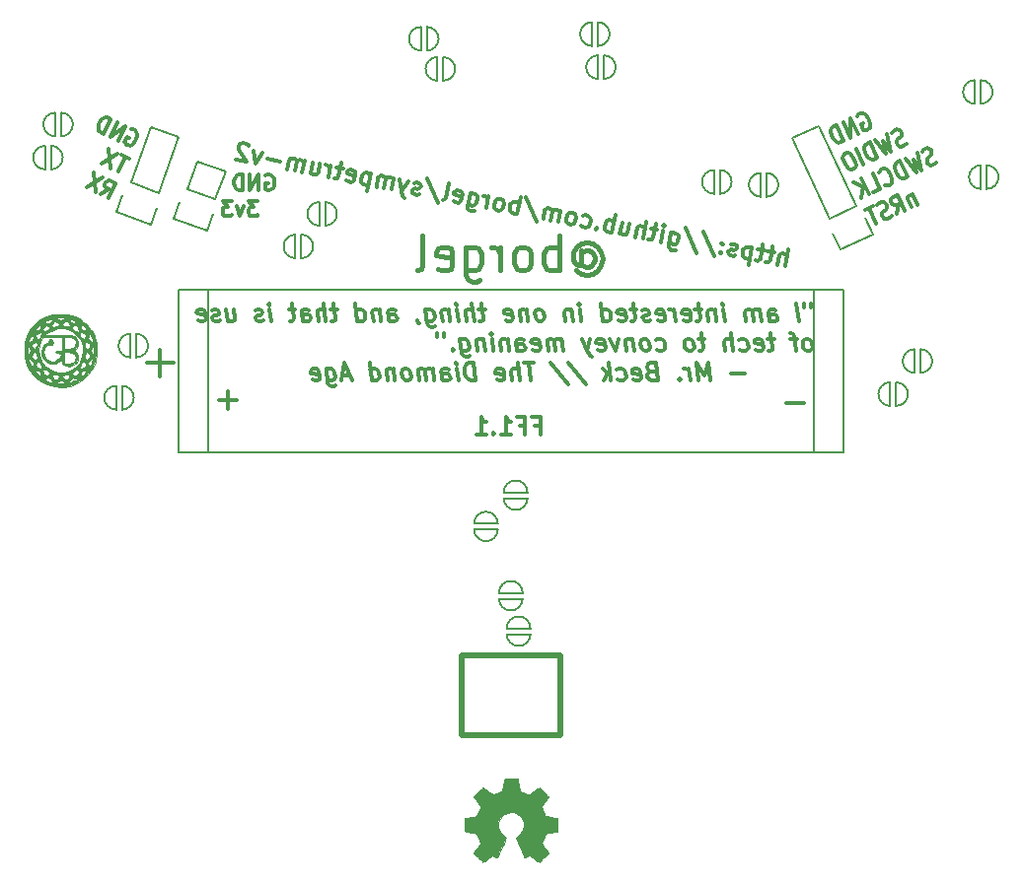
<source format=gbo>
G04 #@! TF.FileFunction,Legend,Bot*
%FSLAX46Y46*%
G04 Gerber Fmt 4.6, Leading zero omitted, Abs format (unit mm)*
G04 Created by KiCad (PCBNEW 4.0.6) date 05/08/17 21:21:00*
%MOMM*%
%LPD*%
G01*
G04 APERTURE LIST*
%ADD10C,0.100000*%
%ADD11C,0.300000*%
%ADD12C,0.400000*%
%ADD13C,0.500000*%
%ADD14C,0.002540*%
%ADD15C,0.203200*%
%ADD16C,0.150000*%
%ADD17C,0.010000*%
G04 APERTURE END LIST*
D10*
D11*
X140814285Y-81892857D02*
X141314285Y-81892857D01*
X141314285Y-82678571D02*
X141314285Y-81178571D01*
X140599999Y-81178571D01*
X139528571Y-81892857D02*
X140028571Y-81892857D01*
X140028571Y-82678571D02*
X140028571Y-81178571D01*
X139314285Y-81178571D01*
X137957143Y-82678571D02*
X138814286Y-82678571D01*
X138385714Y-82678571D02*
X138385714Y-81178571D01*
X138528571Y-81392857D01*
X138671429Y-81535714D01*
X138814286Y-81607143D01*
X137314286Y-82535714D02*
X137242858Y-82607143D01*
X137314286Y-82678571D01*
X137385715Y-82607143D01*
X137314286Y-82535714D01*
X137314286Y-82678571D01*
X135814286Y-82678571D02*
X136671429Y-82678571D01*
X136242857Y-82678571D02*
X136242857Y-81178571D01*
X136385714Y-81392857D01*
X136528572Y-81535714D01*
X136671429Y-81607143D01*
D12*
X144799999Y-67128571D02*
X144933332Y-66985714D01*
X145199999Y-66842857D01*
X145466666Y-66842857D01*
X145733332Y-66985714D01*
X145866666Y-67128571D01*
X145999999Y-67414286D01*
X145999999Y-67700000D01*
X145866666Y-67985714D01*
X145733332Y-68128571D01*
X145466666Y-68271429D01*
X145199999Y-68271429D01*
X144933332Y-68128571D01*
X144799999Y-67985714D01*
X144799999Y-66842857D02*
X144799999Y-67985714D01*
X144666666Y-68128571D01*
X144533332Y-68128571D01*
X144266666Y-67985714D01*
X144133332Y-67700000D01*
X144133332Y-66985714D01*
X144399999Y-66557143D01*
X144799999Y-66271429D01*
X145333332Y-66128571D01*
X145866666Y-66271429D01*
X146266666Y-66557143D01*
X146533332Y-66985714D01*
X146666666Y-67557143D01*
X146533332Y-68128571D01*
X146266666Y-68557143D01*
X145866666Y-68842857D01*
X145333332Y-68985714D01*
X144799999Y-68842857D01*
X144399999Y-68557143D01*
X142933332Y-68557143D02*
X142933332Y-65557143D01*
X142933332Y-66700000D02*
X142666666Y-66557143D01*
X142133332Y-66557143D01*
X141866666Y-66700000D01*
X141733332Y-66842857D01*
X141599999Y-67128571D01*
X141599999Y-67985714D01*
X141733332Y-68271429D01*
X141866666Y-68414286D01*
X142133332Y-68557143D01*
X142666666Y-68557143D01*
X142933332Y-68414286D01*
X139999999Y-68557143D02*
X140266666Y-68414286D01*
X140399999Y-68271429D01*
X140533333Y-67985714D01*
X140533333Y-67128571D01*
X140399999Y-66842857D01*
X140266666Y-66700000D01*
X139999999Y-66557143D01*
X139599999Y-66557143D01*
X139333333Y-66700000D01*
X139199999Y-66842857D01*
X139066666Y-67128571D01*
X139066666Y-67985714D01*
X139199999Y-68271429D01*
X139333333Y-68414286D01*
X139599999Y-68557143D01*
X139999999Y-68557143D01*
X137866666Y-68557143D02*
X137866666Y-66557143D01*
X137866666Y-67128571D02*
X137733333Y-66842857D01*
X137600000Y-66700000D01*
X137333333Y-66557143D01*
X137066666Y-66557143D01*
X134933333Y-66557143D02*
X134933333Y-68985714D01*
X135066667Y-69271429D01*
X135200000Y-69414286D01*
X135466667Y-69557143D01*
X135866667Y-69557143D01*
X136133333Y-69414286D01*
X134933333Y-68414286D02*
X135200000Y-68557143D01*
X135733333Y-68557143D01*
X136000000Y-68414286D01*
X136133333Y-68271429D01*
X136266667Y-67985714D01*
X136266667Y-67128571D01*
X136133333Y-66842857D01*
X136000000Y-66700000D01*
X135733333Y-66557143D01*
X135200000Y-66557143D01*
X134933333Y-66700000D01*
X132533334Y-68414286D02*
X132800000Y-68557143D01*
X133333334Y-68557143D01*
X133600000Y-68414286D01*
X133733334Y-68128571D01*
X133733334Y-66985714D01*
X133600000Y-66700000D01*
X133333334Y-66557143D01*
X132800000Y-66557143D01*
X132533334Y-66700000D01*
X132400000Y-66985714D01*
X132400000Y-67271429D01*
X133733334Y-67557143D01*
X130800000Y-68557143D02*
X131066667Y-68414286D01*
X131200000Y-68128571D01*
X131200000Y-65557143D01*
D11*
X164517857Y-71428571D02*
X164553572Y-71714286D01*
X163946428Y-71428571D02*
X163982143Y-71714286D01*
X163491071Y-72928571D02*
X163303571Y-71428571D01*
X160991071Y-72928571D02*
X160892857Y-72142857D01*
X160946429Y-72000000D01*
X161080357Y-71928571D01*
X161366071Y-71928571D01*
X161517857Y-72000000D01*
X160982143Y-72857143D02*
X161133928Y-72928571D01*
X161491071Y-72928571D01*
X161625000Y-72857143D01*
X161678572Y-72714286D01*
X161660715Y-72571429D01*
X161571428Y-72428571D01*
X161419643Y-72357143D01*
X161062500Y-72357143D01*
X160910714Y-72285714D01*
X160276785Y-72928571D02*
X160151785Y-71928571D01*
X160169643Y-72071429D02*
X160089286Y-72000000D01*
X159937499Y-71928571D01*
X159723214Y-71928571D01*
X159589286Y-72000000D01*
X159535714Y-72142857D01*
X159633928Y-72928571D01*
X159535714Y-72142857D02*
X159446428Y-72000000D01*
X159294642Y-71928571D01*
X159080357Y-71928571D01*
X158946428Y-72000000D01*
X158892857Y-72142857D01*
X158991071Y-72928571D01*
X157133928Y-72928571D02*
X157008928Y-71928571D01*
X156946428Y-71428571D02*
X157026786Y-71500000D01*
X156964286Y-71571429D01*
X156883929Y-71500000D01*
X156946428Y-71428571D01*
X156964286Y-71571429D01*
X156294642Y-71928571D02*
X156419642Y-72928571D01*
X156312500Y-72071429D02*
X156232143Y-72000000D01*
X156080356Y-71928571D01*
X155866071Y-71928571D01*
X155732143Y-72000000D01*
X155678571Y-72142857D01*
X155776785Y-72928571D01*
X155151785Y-71928571D02*
X154580356Y-71928571D01*
X154874999Y-71428571D02*
X155035714Y-72714286D01*
X154982143Y-72857143D01*
X154848213Y-72928571D01*
X154705356Y-72928571D01*
X153625000Y-72857143D02*
X153776785Y-72928571D01*
X154062499Y-72928571D01*
X154196428Y-72857143D01*
X154250000Y-72714286D01*
X154178571Y-72142857D01*
X154089285Y-72000000D01*
X153937499Y-71928571D01*
X153651785Y-71928571D01*
X153517857Y-72000000D01*
X153464285Y-72142857D01*
X153482142Y-72285714D01*
X154214285Y-72428571D01*
X152919642Y-72928571D02*
X152794642Y-71928571D01*
X152830357Y-72214286D02*
X152741072Y-72071429D01*
X152660714Y-72000000D01*
X152508928Y-71928571D01*
X152366071Y-71928571D01*
X151410715Y-72857143D02*
X151562500Y-72928571D01*
X151848214Y-72928571D01*
X151982143Y-72857143D01*
X152035715Y-72714286D01*
X151964286Y-72142857D01*
X151875000Y-72000000D01*
X151723214Y-71928571D01*
X151437500Y-71928571D01*
X151303572Y-72000000D01*
X151250000Y-72142857D01*
X151267857Y-72285714D01*
X152000000Y-72428571D01*
X150767858Y-72857143D02*
X150633929Y-72928571D01*
X150348214Y-72928571D01*
X150196429Y-72857143D01*
X150107144Y-72714286D01*
X150098215Y-72642857D01*
X150151786Y-72500000D01*
X150285714Y-72428571D01*
X150500000Y-72428571D01*
X150633929Y-72357143D01*
X150687501Y-72214286D01*
X150678572Y-72142857D01*
X150589286Y-72000000D01*
X150437500Y-71928571D01*
X150223214Y-71928571D01*
X150089286Y-72000000D01*
X149580357Y-71928571D02*
X149008928Y-71928571D01*
X149303571Y-71428571D02*
X149464286Y-72714286D01*
X149410715Y-72857143D01*
X149276785Y-72928571D01*
X149133928Y-72928571D01*
X148053572Y-72857143D02*
X148205357Y-72928571D01*
X148491071Y-72928571D01*
X148625000Y-72857143D01*
X148678572Y-72714286D01*
X148607143Y-72142857D01*
X148517857Y-72000000D01*
X148366071Y-71928571D01*
X148080357Y-71928571D01*
X147946429Y-72000000D01*
X147892857Y-72142857D01*
X147910714Y-72285714D01*
X148642857Y-72428571D01*
X146705357Y-72928571D02*
X146517857Y-71428571D01*
X146696429Y-72857143D02*
X146848214Y-72928571D01*
X147133928Y-72928571D01*
X147267858Y-72857143D01*
X147330357Y-72785714D01*
X147383929Y-72642857D01*
X147330358Y-72214286D01*
X147241072Y-72071429D01*
X147160715Y-72000000D01*
X147008928Y-71928571D01*
X146723214Y-71928571D01*
X146589286Y-72000000D01*
X144848214Y-72928571D02*
X144723214Y-71928571D01*
X144660714Y-71428571D02*
X144741072Y-71500000D01*
X144678572Y-71571429D01*
X144598215Y-71500000D01*
X144660714Y-71428571D01*
X144678572Y-71571429D01*
X144008928Y-71928571D02*
X144133928Y-72928571D01*
X144026786Y-72071429D02*
X143946429Y-72000000D01*
X143794642Y-71928571D01*
X143580357Y-71928571D01*
X143446429Y-72000000D01*
X143392857Y-72142857D01*
X143491071Y-72928571D01*
X141419642Y-72928571D02*
X141553572Y-72857143D01*
X141616071Y-72785714D01*
X141669643Y-72642857D01*
X141616072Y-72214286D01*
X141526786Y-72071429D01*
X141446429Y-72000000D01*
X141294642Y-71928571D01*
X141080357Y-71928571D01*
X140946429Y-72000000D01*
X140883929Y-72071429D01*
X140830357Y-72214286D01*
X140883928Y-72642857D01*
X140973214Y-72785714D01*
X141053572Y-72857143D01*
X141205357Y-72928571D01*
X141419642Y-72928571D01*
X140151785Y-71928571D02*
X140276785Y-72928571D01*
X140169643Y-72071429D02*
X140089286Y-72000000D01*
X139937499Y-71928571D01*
X139723214Y-71928571D01*
X139589286Y-72000000D01*
X139535714Y-72142857D01*
X139633928Y-72928571D01*
X138339286Y-72857143D02*
X138491071Y-72928571D01*
X138776785Y-72928571D01*
X138910714Y-72857143D01*
X138964286Y-72714286D01*
X138892857Y-72142857D01*
X138803571Y-72000000D01*
X138651785Y-71928571D01*
X138366071Y-71928571D01*
X138232143Y-72000000D01*
X138178571Y-72142857D01*
X138196428Y-72285714D01*
X138928571Y-72428571D01*
X136580357Y-71928571D02*
X136008928Y-71928571D01*
X136303571Y-71428571D02*
X136464286Y-72714286D01*
X136410715Y-72857143D01*
X136276785Y-72928571D01*
X136133928Y-72928571D01*
X135633928Y-72928571D02*
X135446428Y-71428571D01*
X134991071Y-72928571D02*
X134892857Y-72142857D01*
X134946429Y-72000000D01*
X135080357Y-71928571D01*
X135294642Y-71928571D01*
X135446429Y-72000000D01*
X135526786Y-72071429D01*
X134276785Y-72928571D02*
X134151785Y-71928571D01*
X134089285Y-71428571D02*
X134169643Y-71500000D01*
X134107143Y-71571429D01*
X134026786Y-71500000D01*
X134089285Y-71428571D01*
X134107143Y-71571429D01*
X133437499Y-71928571D02*
X133562499Y-72928571D01*
X133455357Y-72071429D02*
X133375000Y-72000000D01*
X133223213Y-71928571D01*
X133008928Y-71928571D01*
X132875000Y-72000000D01*
X132821428Y-72142857D01*
X132919642Y-72928571D01*
X131437499Y-71928571D02*
X131589285Y-73142857D01*
X131678571Y-73285714D01*
X131758928Y-73357143D01*
X131910713Y-73428571D01*
X132124999Y-73428571D01*
X132258928Y-73357143D01*
X131553571Y-72857143D02*
X131705356Y-72928571D01*
X131991070Y-72928571D01*
X132125000Y-72857143D01*
X132187499Y-72785714D01*
X132241071Y-72642857D01*
X132187500Y-72214286D01*
X132098214Y-72071429D01*
X132017857Y-72000000D01*
X131866070Y-71928571D01*
X131580356Y-71928571D01*
X131446428Y-72000000D01*
X130767857Y-72857143D02*
X130776785Y-72928571D01*
X130866071Y-73071429D01*
X130946428Y-73142857D01*
X128348213Y-72928571D02*
X128249999Y-72142857D01*
X128303571Y-72000000D01*
X128437499Y-71928571D01*
X128723213Y-71928571D01*
X128874999Y-72000000D01*
X128339285Y-72857143D02*
X128491070Y-72928571D01*
X128848213Y-72928571D01*
X128982142Y-72857143D01*
X129035714Y-72714286D01*
X129017857Y-72571429D01*
X128928570Y-72428571D01*
X128776785Y-72357143D01*
X128419642Y-72357143D01*
X128267856Y-72285714D01*
X127508927Y-71928571D02*
X127633927Y-72928571D01*
X127526785Y-72071429D02*
X127446428Y-72000000D01*
X127294641Y-71928571D01*
X127080356Y-71928571D01*
X126946428Y-72000000D01*
X126892856Y-72142857D01*
X126991070Y-72928571D01*
X125633927Y-72928571D02*
X125446427Y-71428571D01*
X125624999Y-72857143D02*
X125776784Y-72928571D01*
X126062498Y-72928571D01*
X126196428Y-72857143D01*
X126258927Y-72785714D01*
X126312499Y-72642857D01*
X126258928Y-72214286D01*
X126169642Y-72071429D01*
X126089285Y-72000000D01*
X125937498Y-71928571D01*
X125651784Y-71928571D01*
X125517856Y-72000000D01*
X123866070Y-71928571D02*
X123294641Y-71928571D01*
X123589284Y-71428571D02*
X123749999Y-72714286D01*
X123696428Y-72857143D01*
X123562498Y-72928571D01*
X123419641Y-72928571D01*
X122919641Y-72928571D02*
X122732141Y-71428571D01*
X122276784Y-72928571D02*
X122178570Y-72142857D01*
X122232142Y-72000000D01*
X122366070Y-71928571D01*
X122580355Y-71928571D01*
X122732142Y-72000000D01*
X122812499Y-72071429D01*
X120919641Y-72928571D02*
X120821427Y-72142857D01*
X120874999Y-72000000D01*
X121008927Y-71928571D01*
X121294641Y-71928571D01*
X121446427Y-72000000D01*
X120910713Y-72857143D02*
X121062498Y-72928571D01*
X121419641Y-72928571D01*
X121553570Y-72857143D01*
X121607142Y-72714286D01*
X121589285Y-72571429D01*
X121499998Y-72428571D01*
X121348213Y-72357143D01*
X120991070Y-72357143D01*
X120839284Y-72285714D01*
X120294641Y-71928571D02*
X119723212Y-71928571D01*
X120017855Y-71428571D02*
X120178570Y-72714286D01*
X120124999Y-72857143D01*
X119991069Y-72928571D01*
X119848212Y-72928571D01*
X118205355Y-72928571D02*
X118080355Y-71928571D01*
X118017855Y-71428571D02*
X118098213Y-71500000D01*
X118035713Y-71571429D01*
X117955356Y-71500000D01*
X118017855Y-71428571D01*
X118035713Y-71571429D01*
X117553570Y-72857143D02*
X117419641Y-72928571D01*
X117133926Y-72928571D01*
X116982141Y-72857143D01*
X116892856Y-72714286D01*
X116883927Y-72642857D01*
X116937498Y-72500000D01*
X117071426Y-72428571D01*
X117285712Y-72428571D01*
X117419641Y-72357143D01*
X117473213Y-72214286D01*
X117464284Y-72142857D01*
X117374998Y-72000000D01*
X117223212Y-71928571D01*
X117008926Y-71928571D01*
X116874998Y-72000000D01*
X114366069Y-71928571D02*
X114491069Y-72928571D01*
X115008926Y-71928571D02*
X115107141Y-72714286D01*
X115053570Y-72857143D01*
X114919640Y-72928571D01*
X114705355Y-72928571D01*
X114553570Y-72857143D01*
X114473212Y-72785714D01*
X113839284Y-72857143D02*
X113705355Y-72928571D01*
X113419640Y-72928571D01*
X113267855Y-72857143D01*
X113178570Y-72714286D01*
X113169641Y-72642857D01*
X113223212Y-72500000D01*
X113357140Y-72428571D01*
X113571426Y-72428571D01*
X113705355Y-72357143D01*
X113758927Y-72214286D01*
X113749998Y-72142857D01*
X113660712Y-72000000D01*
X113508926Y-71928571D01*
X113294640Y-71928571D01*
X113160712Y-72000000D01*
X111982141Y-72857143D02*
X112133926Y-72928571D01*
X112419640Y-72928571D01*
X112553569Y-72857143D01*
X112607141Y-72714286D01*
X112535712Y-72142857D01*
X112446426Y-72000000D01*
X112294640Y-71928571D01*
X112008926Y-71928571D01*
X111874998Y-72000000D01*
X111821426Y-72142857D01*
X111839283Y-72285714D01*
X112571426Y-72428571D01*
X164419642Y-75478571D02*
X164553572Y-75407143D01*
X164616071Y-75335714D01*
X164669643Y-75192857D01*
X164616072Y-74764286D01*
X164526786Y-74621429D01*
X164446429Y-74550000D01*
X164294642Y-74478571D01*
X164080357Y-74478571D01*
X163946429Y-74550000D01*
X163883929Y-74621429D01*
X163830357Y-74764286D01*
X163883928Y-75192857D01*
X163973214Y-75335714D01*
X164053572Y-75407143D01*
X164205357Y-75478571D01*
X164419642Y-75478571D01*
X163366071Y-74478571D02*
X162794642Y-74478571D01*
X163276785Y-75478571D02*
X163116071Y-74192857D01*
X163026786Y-74050000D01*
X162874999Y-73978571D01*
X162732142Y-73978571D01*
X161366071Y-74478571D02*
X160794642Y-74478571D01*
X161089285Y-73978571D02*
X161250000Y-75264286D01*
X161196429Y-75407143D01*
X161062499Y-75478571D01*
X160919642Y-75478571D01*
X159839286Y-75407143D02*
X159991071Y-75478571D01*
X160276785Y-75478571D01*
X160410714Y-75407143D01*
X160464286Y-75264286D01*
X160392857Y-74692857D01*
X160303571Y-74550000D01*
X160151785Y-74478571D01*
X159866071Y-74478571D01*
X159732143Y-74550000D01*
X159678571Y-74692857D01*
X159696428Y-74835714D01*
X160428571Y-74978571D01*
X158482143Y-75407143D02*
X158633928Y-75478571D01*
X158919642Y-75478571D01*
X159053572Y-75407143D01*
X159116071Y-75335714D01*
X159169643Y-75192857D01*
X159116072Y-74764286D01*
X159026786Y-74621429D01*
X158946429Y-74550000D01*
X158794642Y-74478571D01*
X158508928Y-74478571D01*
X158375000Y-74550000D01*
X157848214Y-75478571D02*
X157660714Y-73978571D01*
X157205357Y-75478571D02*
X157107143Y-74692857D01*
X157160715Y-74550000D01*
X157294643Y-74478571D01*
X157508928Y-74478571D01*
X157660715Y-74550000D01*
X157741072Y-74621429D01*
X155437500Y-74478571D02*
X154866071Y-74478571D01*
X155160714Y-73978571D02*
X155321429Y-75264286D01*
X155267858Y-75407143D01*
X155133928Y-75478571D01*
X154991071Y-75478571D01*
X154276785Y-75478571D02*
X154410715Y-75407143D01*
X154473214Y-75335714D01*
X154526786Y-75192857D01*
X154473215Y-74764286D01*
X154383929Y-74621429D01*
X154303572Y-74550000D01*
X154151785Y-74478571D01*
X153937500Y-74478571D01*
X153803572Y-74550000D01*
X153741072Y-74621429D01*
X153687500Y-74764286D01*
X153741071Y-75192857D01*
X153830357Y-75335714D01*
X153910715Y-75407143D01*
X154062500Y-75478571D01*
X154276785Y-75478571D01*
X151339286Y-75407143D02*
X151491071Y-75478571D01*
X151776785Y-75478571D01*
X151910715Y-75407143D01*
X151973214Y-75335714D01*
X152026786Y-75192857D01*
X151973215Y-74764286D01*
X151883929Y-74621429D01*
X151803572Y-74550000D01*
X151651785Y-74478571D01*
X151366071Y-74478571D01*
X151232143Y-74550000D01*
X150491071Y-75478571D02*
X150625001Y-75407143D01*
X150687500Y-75335714D01*
X150741072Y-75192857D01*
X150687501Y-74764286D01*
X150598215Y-74621429D01*
X150517858Y-74550000D01*
X150366071Y-74478571D01*
X150151786Y-74478571D01*
X150017858Y-74550000D01*
X149955358Y-74621429D01*
X149901786Y-74764286D01*
X149955357Y-75192857D01*
X150044643Y-75335714D01*
X150125001Y-75407143D01*
X150276786Y-75478571D01*
X150491071Y-75478571D01*
X149223214Y-74478571D02*
X149348214Y-75478571D01*
X149241072Y-74621429D02*
X149160715Y-74550000D01*
X149008928Y-74478571D01*
X148794643Y-74478571D01*
X148660715Y-74550000D01*
X148607143Y-74692857D01*
X148705357Y-75478571D01*
X148008928Y-74478571D02*
X147776785Y-75478571D01*
X147294643Y-74478571D01*
X146267858Y-75407143D02*
X146419643Y-75478571D01*
X146705357Y-75478571D01*
X146839286Y-75407143D01*
X146892858Y-75264286D01*
X146821429Y-74692857D01*
X146732143Y-74550000D01*
X146580357Y-74478571D01*
X146294643Y-74478571D01*
X146160715Y-74550000D01*
X146107143Y-74692857D01*
X146125000Y-74835714D01*
X146857143Y-74978571D01*
X145580357Y-74478571D02*
X145348214Y-75478571D01*
X144866072Y-74478571D02*
X145348214Y-75478571D01*
X145535715Y-75835714D01*
X145616072Y-75907143D01*
X145767857Y-75978571D01*
X143276786Y-75478571D02*
X143151786Y-74478571D01*
X143169644Y-74621429D02*
X143089287Y-74550000D01*
X142937500Y-74478571D01*
X142723215Y-74478571D01*
X142589287Y-74550000D01*
X142535715Y-74692857D01*
X142633929Y-75478571D01*
X142535715Y-74692857D02*
X142446429Y-74550000D01*
X142294643Y-74478571D01*
X142080358Y-74478571D01*
X141946429Y-74550000D01*
X141892858Y-74692857D01*
X141991072Y-75478571D01*
X140696430Y-75407143D02*
X140848215Y-75478571D01*
X141133929Y-75478571D01*
X141267858Y-75407143D01*
X141321430Y-75264286D01*
X141250001Y-74692857D01*
X141160715Y-74550000D01*
X141008929Y-74478571D01*
X140723215Y-74478571D01*
X140589287Y-74550000D01*
X140535715Y-74692857D01*
X140553572Y-74835714D01*
X141285715Y-74978571D01*
X139348215Y-75478571D02*
X139250001Y-74692857D01*
X139303573Y-74550000D01*
X139437501Y-74478571D01*
X139723215Y-74478571D01*
X139875001Y-74550000D01*
X139339287Y-75407143D02*
X139491072Y-75478571D01*
X139848215Y-75478571D01*
X139982144Y-75407143D01*
X140035716Y-75264286D01*
X140017859Y-75121429D01*
X139928572Y-74978571D01*
X139776787Y-74907143D01*
X139419644Y-74907143D01*
X139267858Y-74835714D01*
X138508929Y-74478571D02*
X138633929Y-75478571D01*
X138526787Y-74621429D02*
X138446430Y-74550000D01*
X138294643Y-74478571D01*
X138080358Y-74478571D01*
X137946430Y-74550000D01*
X137892858Y-74692857D01*
X137991072Y-75478571D01*
X137276786Y-75478571D02*
X137151786Y-74478571D01*
X137089286Y-73978571D02*
X137169644Y-74050000D01*
X137107144Y-74121429D01*
X137026787Y-74050000D01*
X137089286Y-73978571D01*
X137107144Y-74121429D01*
X136437500Y-74478571D02*
X136562500Y-75478571D01*
X136455358Y-74621429D02*
X136375001Y-74550000D01*
X136223214Y-74478571D01*
X136008929Y-74478571D01*
X135875001Y-74550000D01*
X135821429Y-74692857D01*
X135919643Y-75478571D01*
X134437500Y-74478571D02*
X134589286Y-75692857D01*
X134678572Y-75835714D01*
X134758929Y-75907143D01*
X134910714Y-75978571D01*
X135125000Y-75978571D01*
X135258929Y-75907143D01*
X134553572Y-75407143D02*
X134705357Y-75478571D01*
X134991071Y-75478571D01*
X135125001Y-75407143D01*
X135187500Y-75335714D01*
X135241072Y-75192857D01*
X135187501Y-74764286D01*
X135098215Y-74621429D01*
X135017858Y-74550000D01*
X134866071Y-74478571D01*
X134580357Y-74478571D01*
X134446429Y-74550000D01*
X133830357Y-75335714D02*
X133767858Y-75407143D01*
X133848214Y-75478571D01*
X133910715Y-75407143D01*
X133830357Y-75335714D01*
X133848214Y-75478571D01*
X133017857Y-73978571D02*
X133053572Y-74264286D01*
X132446428Y-73978571D02*
X132482143Y-74264286D01*
X158848215Y-77457143D02*
X157705358Y-77457143D01*
X155919643Y-78028571D02*
X155732143Y-76528571D01*
X155366072Y-77600000D01*
X154732143Y-76528571D01*
X154919643Y-78028571D01*
X154205357Y-78028571D02*
X154080357Y-77028571D01*
X154116072Y-77314286D02*
X154026787Y-77171429D01*
X153946429Y-77100000D01*
X153794643Y-77028571D01*
X153651786Y-77028571D01*
X153258929Y-77885714D02*
X153196430Y-77957143D01*
X153276786Y-78028571D01*
X153339287Y-77957143D01*
X153258929Y-77885714D01*
X153276786Y-78028571D01*
X150821429Y-77242857D02*
X150616072Y-77314286D01*
X150553572Y-77385714D01*
X150500000Y-77528571D01*
X150526786Y-77742857D01*
X150616072Y-77885714D01*
X150696429Y-77957143D01*
X150848215Y-78028571D01*
X151419643Y-78028571D01*
X151232143Y-76528571D01*
X150732143Y-76528571D01*
X150598215Y-76600000D01*
X150535715Y-76671429D01*
X150482144Y-76814286D01*
X150500001Y-76957143D01*
X150589286Y-77100000D01*
X150669644Y-77171429D01*
X150821429Y-77242857D01*
X151321429Y-77242857D01*
X149339287Y-77957143D02*
X149491072Y-78028571D01*
X149776786Y-78028571D01*
X149910715Y-77957143D01*
X149964287Y-77814286D01*
X149892858Y-77242857D01*
X149803572Y-77100000D01*
X149651786Y-77028571D01*
X149366072Y-77028571D01*
X149232144Y-77100000D01*
X149178572Y-77242857D01*
X149196429Y-77385714D01*
X149928572Y-77528571D01*
X147982144Y-77957143D02*
X148133929Y-78028571D01*
X148419643Y-78028571D01*
X148553573Y-77957143D01*
X148616072Y-77885714D01*
X148669644Y-77742857D01*
X148616073Y-77314286D01*
X148526787Y-77171429D01*
X148446430Y-77100000D01*
X148294643Y-77028571D01*
X148008929Y-77028571D01*
X147875001Y-77100000D01*
X147348215Y-78028571D02*
X147160715Y-76528571D01*
X147133930Y-77457143D02*
X146776787Y-78028571D01*
X146651787Y-77028571D02*
X147294644Y-77600000D01*
X143723216Y-76457143D02*
X145250001Y-78385714D01*
X142151787Y-76457143D02*
X143678572Y-78385714D01*
X140732143Y-76528571D02*
X139875000Y-76528571D01*
X140491071Y-78028571D02*
X140303571Y-76528571D01*
X139562500Y-78028571D02*
X139375000Y-76528571D01*
X138919643Y-78028571D02*
X138821429Y-77242857D01*
X138875001Y-77100000D01*
X139008929Y-77028571D01*
X139223214Y-77028571D01*
X139375001Y-77100000D01*
X139455358Y-77171429D01*
X137625001Y-77957143D02*
X137776786Y-78028571D01*
X138062500Y-78028571D01*
X138196429Y-77957143D01*
X138250001Y-77814286D01*
X138178572Y-77242857D01*
X138089286Y-77100000D01*
X137937500Y-77028571D01*
X137651786Y-77028571D01*
X137517858Y-77100000D01*
X137464286Y-77242857D01*
X137482143Y-77385714D01*
X138214286Y-77528571D01*
X135776786Y-78028571D02*
X135589286Y-76528571D01*
X135232143Y-76528571D01*
X135026787Y-76600000D01*
X134901786Y-76742857D01*
X134848215Y-76885714D01*
X134812501Y-77171429D01*
X134839286Y-77385714D01*
X134946430Y-77671429D01*
X135035715Y-77814286D01*
X135196430Y-77957143D01*
X135419643Y-78028571D01*
X135776786Y-78028571D01*
X134276786Y-78028571D02*
X134151786Y-77028571D01*
X134089286Y-76528571D02*
X134169644Y-76600000D01*
X134107144Y-76671429D01*
X134026787Y-76600000D01*
X134089286Y-76528571D01*
X134107144Y-76671429D01*
X132919643Y-78028571D02*
X132821429Y-77242857D01*
X132875001Y-77100000D01*
X133008929Y-77028571D01*
X133294643Y-77028571D01*
X133446429Y-77100000D01*
X132910715Y-77957143D02*
X133062500Y-78028571D01*
X133419643Y-78028571D01*
X133553572Y-77957143D01*
X133607144Y-77814286D01*
X133589287Y-77671429D01*
X133500000Y-77528571D01*
X133348215Y-77457143D01*
X132991072Y-77457143D01*
X132839286Y-77385714D01*
X132205357Y-78028571D02*
X132080357Y-77028571D01*
X132098215Y-77171429D02*
X132017858Y-77100000D01*
X131866071Y-77028571D01*
X131651786Y-77028571D01*
X131517858Y-77100000D01*
X131464286Y-77242857D01*
X131562500Y-78028571D01*
X131464286Y-77242857D02*
X131375000Y-77100000D01*
X131223214Y-77028571D01*
X131008929Y-77028571D01*
X130875000Y-77100000D01*
X130821429Y-77242857D01*
X130919643Y-78028571D01*
X129991071Y-78028571D02*
X130125001Y-77957143D01*
X130187500Y-77885714D01*
X130241072Y-77742857D01*
X130187501Y-77314286D01*
X130098215Y-77171429D01*
X130017858Y-77100000D01*
X129866071Y-77028571D01*
X129651786Y-77028571D01*
X129517858Y-77100000D01*
X129455358Y-77171429D01*
X129401786Y-77314286D01*
X129455357Y-77742857D01*
X129544643Y-77885714D01*
X129625001Y-77957143D01*
X129776786Y-78028571D01*
X129991071Y-78028571D01*
X128723214Y-77028571D02*
X128848214Y-78028571D01*
X128741072Y-77171429D02*
X128660715Y-77100000D01*
X128508928Y-77028571D01*
X128294643Y-77028571D01*
X128160715Y-77100000D01*
X128107143Y-77242857D01*
X128205357Y-78028571D01*
X126848214Y-78028571D02*
X126660714Y-76528571D01*
X126839286Y-77957143D02*
X126991071Y-78028571D01*
X127276785Y-78028571D01*
X127410715Y-77957143D01*
X127473214Y-77885714D01*
X127526786Y-77742857D01*
X127473215Y-77314286D01*
X127383929Y-77171429D01*
X127303572Y-77100000D01*
X127151785Y-77028571D01*
X126866071Y-77028571D01*
X126732143Y-77100000D01*
X125008929Y-77600000D02*
X124294643Y-77600000D01*
X125205357Y-78028571D02*
X124517857Y-76528571D01*
X124205357Y-78028571D01*
X122937500Y-77028571D02*
X123089286Y-78242857D01*
X123178572Y-78385714D01*
X123258929Y-78457143D01*
X123410714Y-78528571D01*
X123625000Y-78528571D01*
X123758929Y-78457143D01*
X123053572Y-77957143D02*
X123205357Y-78028571D01*
X123491071Y-78028571D01*
X123625001Y-77957143D01*
X123687500Y-77885714D01*
X123741072Y-77742857D01*
X123687501Y-77314286D01*
X123598215Y-77171429D01*
X123517858Y-77100000D01*
X123366071Y-77028571D01*
X123080357Y-77028571D01*
X122946429Y-77100000D01*
X121767858Y-77957143D02*
X121919643Y-78028571D01*
X122205357Y-78028571D01*
X122339286Y-77957143D01*
X122392858Y-77814286D01*
X122321429Y-77242857D01*
X122232143Y-77100000D01*
X122080357Y-77028571D01*
X121794643Y-77028571D01*
X121660715Y-77100000D01*
X121607143Y-77242857D01*
X121625000Y-77385714D01*
X122357143Y-77528571D01*
X109843857Y-76526286D02*
X107558143Y-76526286D01*
X108701000Y-77669143D02*
X108701000Y-75383429D01*
D13*
X134620000Y-108521500D02*
X143002000Y-108521500D01*
X143000000Y-101600000D02*
X143000000Y-108506500D01*
X134600000Y-101600000D02*
X134609000Y-108506500D01*
X142991000Y-101600000D02*
X134609000Y-101600000D01*
D11*
X106212441Y-56471852D02*
X106352824Y-56463755D01*
X106521139Y-56542242D01*
X106661279Y-56681149D01*
X106717139Y-56854314D01*
X106716894Y-57001317D01*
X106660301Y-57269161D01*
X106575778Y-57450423D01*
X106406975Y-57665943D01*
X106294521Y-57760621D01*
X106125962Y-57829139D01*
X105929474Y-57811073D01*
X105817264Y-57758749D01*
X105677124Y-57619842D01*
X105649194Y-57533259D01*
X105846416Y-57110316D01*
X106070835Y-57214964D01*
X105087902Y-57418641D02*
X105679567Y-56149810D01*
X104414645Y-57104696D01*
X105006310Y-55835866D01*
X103853597Y-56843075D02*
X104445262Y-55574245D01*
X104164738Y-55443434D01*
X103968249Y-55425369D01*
X103799691Y-55493886D01*
X103687237Y-55588565D01*
X103518434Y-55804084D01*
X103433911Y-55985346D01*
X103377317Y-56253190D01*
X103377073Y-56400193D01*
X103432933Y-56573359D01*
X103573073Y-56712265D01*
X103853597Y-56843075D01*
X106011798Y-58952839D02*
X105338540Y-58638894D01*
X105083504Y-60064698D02*
X105675169Y-58795867D01*
X105058017Y-58508084D02*
X103680885Y-59410646D01*
X104272550Y-58141815D02*
X104466352Y-59776915D01*
X103564277Y-62004378D02*
X104238755Y-61583308D01*
X104237534Y-62318323D02*
X104829199Y-61049492D01*
X104380361Y-60840196D01*
X104239978Y-60848292D01*
X104155698Y-60882551D01*
X104043244Y-60977230D01*
X103958720Y-61158491D01*
X103958476Y-61305494D01*
X103986407Y-61392077D01*
X104070441Y-61504822D01*
X104519279Y-61714119D01*
X103763209Y-60552413D02*
X102386077Y-61454974D01*
X102977742Y-60186144D02*
X103171544Y-61821244D01*
X162319941Y-68197958D02*
X162606155Y-66725517D01*
X161688895Y-68075295D02*
X161838817Y-67304017D01*
X161936192Y-67177414D01*
X162090053Y-67134555D01*
X162300401Y-67175443D01*
X162427005Y-67272818D01*
X162483492Y-67356564D01*
X161388891Y-66998263D02*
X160827961Y-66889229D01*
X161273946Y-66466562D02*
X161028620Y-67728655D01*
X160931246Y-67855258D01*
X160777384Y-67898115D01*
X160637152Y-67870856D01*
X160547496Y-66834712D02*
X159986566Y-66725679D01*
X160432551Y-66303011D02*
X160187225Y-67565104D01*
X160089851Y-67691707D01*
X159935989Y-67734564D01*
X159795757Y-67707306D01*
X159495752Y-66630274D02*
X159209539Y-68102715D01*
X159482123Y-66700391D02*
X159355520Y-66603016D01*
X159075055Y-66548499D01*
X158921194Y-66591357D01*
X158837448Y-66647845D01*
X158740073Y-66774448D01*
X158658297Y-67195145D01*
X158701156Y-67349006D01*
X158757643Y-67432752D01*
X158884246Y-67530126D01*
X159164711Y-67584643D01*
X159318572Y-67541786D01*
X158056480Y-67296460D02*
X157902619Y-67339317D01*
X157622153Y-67284800D01*
X157495550Y-67187426D01*
X157452693Y-67033565D01*
X157466322Y-66963448D01*
X157563696Y-66836845D01*
X157717558Y-66793987D01*
X157927907Y-66834874D01*
X158081768Y-66792017D01*
X158179143Y-66665414D01*
X158192773Y-66595297D01*
X158149914Y-66441436D01*
X158023311Y-66344061D01*
X157812962Y-66303173D01*
X157659101Y-66346031D01*
X156808017Y-66981017D02*
X156724272Y-67037505D01*
X156780758Y-67121250D01*
X156864504Y-67064763D01*
X156808017Y-66981017D01*
X156780758Y-67121250D01*
X156957938Y-66209739D02*
X156874193Y-66266227D01*
X156930680Y-66349971D01*
X157014426Y-66293485D01*
X156957938Y-66209739D01*
X156930680Y-66349971D01*
X155327696Y-65237963D02*
X156221799Y-67376426D01*
X153785138Y-64938120D02*
X154679241Y-67076584D01*
X152554244Y-65280982D02*
X152322547Y-66472958D01*
X152365406Y-66626819D01*
X152421892Y-66710565D01*
X152548495Y-66807939D01*
X152758844Y-66848827D01*
X152912706Y-66805970D01*
X152377064Y-66192493D02*
X152503667Y-66289867D01*
X152784132Y-66344384D01*
X152937995Y-66301527D01*
X153021739Y-66245039D01*
X153119115Y-66118436D01*
X153200890Y-65697740D01*
X153158031Y-65543878D01*
X153101545Y-65460132D01*
X152974941Y-65362757D01*
X152694476Y-65308240D01*
X152540615Y-65351098D01*
X151662273Y-66126317D02*
X151853082Y-65144690D01*
X151948486Y-64653876D02*
X152004973Y-64737622D01*
X151921228Y-64794109D01*
X151864741Y-64710363D01*
X151948486Y-64653876D01*
X151921228Y-64794109D01*
X151362268Y-65049285D02*
X150801338Y-64940251D01*
X151247324Y-64517584D02*
X151001998Y-65779677D01*
X150904623Y-65906280D01*
X150750761Y-65949137D01*
X150610529Y-65921878D01*
X150119715Y-65826474D02*
X150405929Y-64354033D01*
X149488669Y-65703811D02*
X149638591Y-64932533D01*
X149735966Y-64805930D01*
X149889827Y-64763072D01*
X150100175Y-64803959D01*
X150226779Y-64901334D01*
X150283266Y-64985080D01*
X148347270Y-64463229D02*
X148156461Y-65444856D01*
X148978316Y-64585892D02*
X148828394Y-65357171D01*
X148731020Y-65483774D01*
X148577158Y-65526631D01*
X148366810Y-65485744D01*
X148240207Y-65388370D01*
X148183719Y-65304624D01*
X147455298Y-65308564D02*
X147741512Y-63836123D01*
X147632478Y-64397053D02*
X147505875Y-64299678D01*
X147225410Y-64245161D01*
X147071549Y-64288020D01*
X146987803Y-64344507D01*
X146890428Y-64471110D01*
X146808653Y-64891807D01*
X146851511Y-65045669D01*
X146907998Y-65129414D01*
X147034601Y-65226789D01*
X147315066Y-65281305D01*
X147468927Y-65238448D01*
X146150348Y-64909376D02*
X146066603Y-64965864D01*
X146123090Y-65049609D01*
X146206836Y-64993122D01*
X146150348Y-64909376D01*
X146123090Y-65049609D01*
X144804510Y-64720538D02*
X144931114Y-64817912D01*
X145211578Y-64872429D01*
X145365441Y-64829572D01*
X145449186Y-64773084D01*
X145546561Y-64646481D01*
X145628336Y-64225784D01*
X145585478Y-64071923D01*
X145528991Y-63988177D01*
X145402387Y-63890802D01*
X145121923Y-63836285D01*
X144968061Y-63879143D01*
X143949486Y-64627103D02*
X144103349Y-64584246D01*
X144187094Y-64527758D01*
X144284469Y-64401155D01*
X144366244Y-63980458D01*
X144323386Y-63826597D01*
X144266899Y-63742851D01*
X144140295Y-63645476D01*
X143929947Y-63604588D01*
X143776086Y-63647447D01*
X143692340Y-63703934D01*
X143594965Y-63830537D01*
X143513190Y-64251234D01*
X143556048Y-64405095D01*
X143612535Y-64488841D01*
X143739138Y-64586215D01*
X143949486Y-64627103D01*
X142827627Y-64409036D02*
X143018436Y-63427408D01*
X142991177Y-63567642D02*
X142934691Y-63483896D01*
X142808087Y-63386521D01*
X142597739Y-63345633D01*
X142443877Y-63388491D01*
X142346502Y-63515094D01*
X142196581Y-64286373D01*
X142346502Y-63515094D02*
X142303644Y-63361233D01*
X142177041Y-63263858D01*
X141966693Y-63222970D01*
X141812831Y-63265828D01*
X141715456Y-63392432D01*
X141565535Y-64163710D01*
X140112472Y-62280423D02*
X141006575Y-64418887D01*
X139321815Y-63727575D02*
X139608029Y-62255134D01*
X139498995Y-62816064D02*
X139372392Y-62718689D01*
X139091927Y-62664172D01*
X138938066Y-62707031D01*
X138854320Y-62763518D01*
X138756945Y-62890121D01*
X138675169Y-63310818D01*
X138718028Y-63464680D01*
X138774515Y-63548426D01*
X138901118Y-63645800D01*
X139181583Y-63700316D01*
X139335444Y-63657459D01*
X137779258Y-63427732D02*
X137933120Y-63384875D01*
X138016865Y-63328387D01*
X138114240Y-63201784D01*
X138196015Y-62781087D01*
X138153157Y-62627226D01*
X138096671Y-62543480D01*
X137970067Y-62446105D01*
X137759719Y-62405217D01*
X137605857Y-62448076D01*
X137522111Y-62504563D01*
X137424736Y-62631166D01*
X137342961Y-63051863D01*
X137385819Y-63205724D01*
X137442307Y-63289470D01*
X137568910Y-63386844D01*
X137779258Y-63427732D01*
X136657398Y-63209665D02*
X136848207Y-62228037D01*
X136793690Y-62508503D02*
X136750833Y-62354642D01*
X136694346Y-62270896D01*
X136567743Y-62173521D01*
X136427510Y-62146262D01*
X135305651Y-61928195D02*
X135073954Y-63120171D01*
X135116812Y-63274033D01*
X135173299Y-63357778D01*
X135299902Y-63455152D01*
X135510251Y-63496040D01*
X135664112Y-63453183D01*
X135128471Y-62839706D02*
X135255074Y-62937080D01*
X135535539Y-62991597D01*
X135689401Y-62948740D01*
X135773146Y-62892253D01*
X135870521Y-62765650D01*
X135952296Y-62344953D01*
X135909438Y-62191091D01*
X135852952Y-62107345D01*
X135726348Y-62009970D01*
X135445883Y-61955453D01*
X135292022Y-61998311D01*
X133866379Y-62594381D02*
X133992982Y-62691755D01*
X134273447Y-62746271D01*
X134427308Y-62703414D01*
X134524683Y-62576811D01*
X134633717Y-62015881D01*
X134590859Y-61862019D01*
X134464256Y-61764644D01*
X134183791Y-61710127D01*
X134029930Y-61752986D01*
X133932555Y-61879589D01*
X133905296Y-62019821D01*
X134579200Y-62296346D01*
X132941238Y-62487316D02*
X133095101Y-62444459D01*
X133192475Y-62317856D01*
X133437801Y-61055763D01*
X131628409Y-60631288D02*
X132522512Y-62769752D01*
X130921498Y-62021954D02*
X130767636Y-62064811D01*
X130487171Y-62010294D01*
X130360567Y-61912920D01*
X130317710Y-61759058D01*
X130331339Y-61688942D01*
X130428713Y-61562338D01*
X130582575Y-61519480D01*
X130792924Y-61560368D01*
X130946785Y-61517511D01*
X131044160Y-61390908D01*
X131057790Y-61320791D01*
X131014932Y-61166929D01*
X130888328Y-61069554D01*
X130677980Y-61028667D01*
X130524118Y-61071525D01*
X129976817Y-60892374D02*
X129435427Y-61805856D01*
X129275655Y-60756082D02*
X129435427Y-61805856D01*
X129507514Y-62183695D01*
X129564000Y-62267441D01*
X129690603Y-62364815D01*
X128523916Y-61628676D02*
X128714725Y-60647049D01*
X128687467Y-60787282D02*
X128630980Y-60703536D01*
X128504376Y-60606161D01*
X128294028Y-60565273D01*
X128140167Y-60608132D01*
X128042792Y-60734735D01*
X127892870Y-61506013D01*
X128042792Y-60734735D02*
X127999933Y-60580873D01*
X127873330Y-60483498D01*
X127662982Y-60442611D01*
X127509120Y-60485469D01*
X127411746Y-60612072D01*
X127261824Y-61383350D01*
X126751471Y-60265431D02*
X126465257Y-61737871D01*
X126737841Y-60335547D02*
X126611238Y-60238172D01*
X126330774Y-60183655D01*
X126176912Y-60226514D01*
X126093166Y-60283001D01*
X125995791Y-60409604D01*
X125914016Y-60830301D01*
X125956874Y-60984163D01*
X126013362Y-61067909D01*
X126139965Y-61165283D01*
X126420429Y-61219799D01*
X126574291Y-61176942D01*
X124681153Y-60808953D02*
X124807756Y-60906328D01*
X125088221Y-60960844D01*
X125242082Y-60917987D01*
X125339457Y-60791384D01*
X125448491Y-60230454D01*
X125405633Y-60076592D01*
X125279030Y-59979217D01*
X124998565Y-59924700D01*
X124844704Y-59967559D01*
X124747329Y-60094162D01*
X124720070Y-60234394D01*
X125393974Y-60510918D01*
X124367519Y-59802037D02*
X123806589Y-59693004D01*
X124252575Y-59270336D02*
X124007249Y-60532429D01*
X123909875Y-60659032D01*
X123756013Y-60701889D01*
X123615780Y-60674631D01*
X123124967Y-60579226D02*
X123315776Y-59597599D01*
X123261259Y-59878065D02*
X123218401Y-59724203D01*
X123161914Y-59640457D01*
X123035311Y-59543082D01*
X122895079Y-59515824D01*
X121773219Y-59297757D02*
X121582410Y-60279384D01*
X122404265Y-59420419D02*
X122254344Y-60191699D01*
X122156970Y-60318302D01*
X122003107Y-60361159D01*
X121792759Y-60320271D01*
X121666156Y-60222897D01*
X121609669Y-60139151D01*
X120881248Y-60143092D02*
X121072057Y-59161464D01*
X121044798Y-59301698D02*
X120988312Y-59217952D01*
X120861708Y-59120577D01*
X120651360Y-59079689D01*
X120497498Y-59122547D01*
X120400123Y-59249150D01*
X120250202Y-60020429D01*
X120400123Y-59249150D02*
X120357265Y-59095289D01*
X120230662Y-58997914D01*
X120020314Y-58957026D01*
X119866451Y-58999884D01*
X119769077Y-59126488D01*
X119619156Y-59897766D01*
X119027027Y-59200544D02*
X117905167Y-58982477D01*
X117426013Y-58452745D02*
X116884622Y-59366226D01*
X116724851Y-58316453D01*
X116302183Y-57870468D02*
X116245696Y-57786722D01*
X116119093Y-57689347D01*
X115768512Y-57621201D01*
X115614650Y-57664060D01*
X115530904Y-57720547D01*
X115433530Y-57847150D01*
X115406272Y-57987382D01*
X115435500Y-58211361D01*
X116113344Y-59216305D01*
X115201834Y-59039125D01*
X168559551Y-55297862D02*
X168641572Y-55180801D01*
X168809887Y-55102315D01*
X169008389Y-55088565D01*
X169180972Y-55165714D01*
X169297451Y-55269024D01*
X169474304Y-55501808D01*
X169564865Y-55696016D01*
X169629508Y-55981124D01*
X169633777Y-56136758D01*
X169581942Y-56318555D01*
X169443815Y-56461777D01*
X169331605Y-56514101D01*
X169133104Y-56527851D01*
X169046812Y-56489277D01*
X168835503Y-56036123D01*
X169059922Y-55931475D01*
X168602243Y-56854208D02*
X167968315Y-55494746D01*
X167928986Y-57168153D01*
X167295058Y-55808691D01*
X167367938Y-57429774D02*
X166734010Y-56070312D01*
X166453486Y-56201123D01*
X166315359Y-56344346D01*
X166263524Y-56526142D01*
X166267793Y-56681776D01*
X166332437Y-56966884D01*
X166422997Y-57161093D01*
X166599851Y-57393876D01*
X166716330Y-57497186D01*
X166888913Y-57574335D01*
X167087414Y-57560584D01*
X167367938Y-57429774D01*
X172735495Y-57661643D02*
X172597368Y-57804865D01*
X172316844Y-57935675D01*
X172174447Y-57923264D01*
X172088156Y-57884689D01*
X171971677Y-57781379D01*
X171911303Y-57651906D01*
X171907034Y-57496272D01*
X171932951Y-57405373D01*
X172014974Y-57288313D01*
X172209206Y-57118928D01*
X172291228Y-57001868D01*
X172317146Y-56910969D01*
X172312877Y-56755335D01*
X172252503Y-56625862D01*
X172136024Y-56522552D01*
X172049732Y-56483978D01*
X171907336Y-56471565D01*
X171626812Y-56602376D01*
X171488685Y-56745598D01*
X171065764Y-56863996D02*
X171419168Y-58354268D01*
X170741944Y-57487873D01*
X170970330Y-58563565D01*
X170055878Y-57334914D01*
X170240968Y-58903672D02*
X169607040Y-57544210D01*
X169326516Y-57675021D01*
X169188389Y-57818244D01*
X169136554Y-58000040D01*
X169140823Y-58155675D01*
X169205467Y-58440782D01*
X169296028Y-58634991D01*
X169472881Y-58867774D01*
X169589360Y-58971084D01*
X169761943Y-59048233D01*
X169960444Y-59034483D01*
X170240968Y-58903672D01*
X169062768Y-59453076D02*
X168428840Y-58093614D01*
X167643373Y-58459883D02*
X167418954Y-58564532D01*
X167336932Y-58681592D01*
X167285096Y-58863389D01*
X167349739Y-59148496D01*
X167561048Y-59601650D01*
X167737902Y-59834434D01*
X167910486Y-59911582D01*
X168052882Y-59923993D01*
X168277301Y-59819345D01*
X168359324Y-59702285D01*
X168411159Y-59520489D01*
X168346515Y-59235381D01*
X168135206Y-58782227D01*
X167958353Y-58549444D01*
X167785770Y-58472296D01*
X167643373Y-58459883D01*
X175328000Y-59266352D02*
X175189873Y-59409574D01*
X174909349Y-59540384D01*
X174766952Y-59527973D01*
X174680661Y-59489398D01*
X174564182Y-59386088D01*
X174503808Y-59256615D01*
X174499539Y-59100981D01*
X174525456Y-59010082D01*
X174607479Y-58893022D01*
X174801711Y-58723637D01*
X174883733Y-58606577D01*
X174909651Y-58515678D01*
X174905382Y-58360044D01*
X174845008Y-58230571D01*
X174728529Y-58127261D01*
X174642237Y-58088687D01*
X174499841Y-58076274D01*
X174219317Y-58207085D01*
X174081190Y-58350307D01*
X173658270Y-58468705D02*
X174011673Y-59958977D01*
X173334449Y-59092582D01*
X173562835Y-60168274D01*
X172648384Y-58939623D01*
X172833473Y-60508381D02*
X172199546Y-59148919D01*
X171919022Y-59279730D01*
X171780895Y-59422953D01*
X171729060Y-59604749D01*
X171733329Y-59760384D01*
X171797972Y-60045491D01*
X171888533Y-60239700D01*
X172065386Y-60472483D01*
X172181865Y-60575793D01*
X172354448Y-60652942D01*
X172552949Y-60639192D01*
X172833473Y-60508381D01*
X170921642Y-61242257D02*
X171007934Y-61280832D01*
X171206435Y-61267081D01*
X171318645Y-61214757D01*
X171456772Y-61071535D01*
X171508607Y-60889739D01*
X171504338Y-60734104D01*
X171439695Y-60448996D01*
X171349134Y-60254788D01*
X171172281Y-60022005D01*
X171055802Y-59918694D01*
X170883219Y-59841546D01*
X170684717Y-59855295D01*
X170572507Y-59907620D01*
X170434381Y-60050842D01*
X170408463Y-60141741D01*
X169916026Y-61868809D02*
X170477073Y-61607189D01*
X169843145Y-60247727D01*
X169523292Y-62051944D02*
X168889364Y-60692482D01*
X168850035Y-62365889D02*
X168992734Y-61353596D01*
X168216107Y-61006427D02*
X169251609Y-61469318D01*
X173264112Y-62017807D02*
X173686730Y-62924115D01*
X173324486Y-62147280D02*
X173238194Y-62108706D01*
X173095798Y-62096293D01*
X172927484Y-62174779D01*
X172845461Y-62291840D01*
X172849730Y-62447475D01*
X173181787Y-63159574D01*
X171947483Y-63735139D02*
X172038346Y-62904643D01*
X172620740Y-63421194D02*
X171986812Y-62061732D01*
X171537974Y-62271029D01*
X171455953Y-62388090D01*
X171430035Y-62478989D01*
X171434304Y-62634623D01*
X171524865Y-62828831D01*
X171641344Y-62932142D01*
X171727636Y-62970716D01*
X171870032Y-62983129D01*
X172318870Y-62773832D01*
X171468458Y-63879700D02*
X171330331Y-64022922D01*
X171049807Y-64153732D01*
X170907410Y-64141321D01*
X170821119Y-64102746D01*
X170704640Y-63999436D01*
X170644266Y-63869963D01*
X170639997Y-63714329D01*
X170665914Y-63623430D01*
X170747937Y-63506370D01*
X170942169Y-63336985D01*
X171024191Y-63219926D01*
X171050109Y-63129027D01*
X171045840Y-62973392D01*
X170985466Y-62843920D01*
X170868987Y-62740610D01*
X170782695Y-62702035D01*
X170640298Y-62689622D01*
X170359774Y-62820433D01*
X170221647Y-62963656D01*
X169854831Y-63055892D02*
X169181574Y-63369837D01*
X170152131Y-64572326D02*
X169518203Y-63212864D01*
X117761905Y-60425000D02*
X117885714Y-60363095D01*
X118071429Y-60363095D01*
X118257143Y-60425000D01*
X118380952Y-60548810D01*
X118442857Y-60672619D01*
X118504762Y-60920238D01*
X118504762Y-61105952D01*
X118442857Y-61353571D01*
X118380952Y-61477381D01*
X118257143Y-61601190D01*
X118071429Y-61663095D01*
X117947619Y-61663095D01*
X117761905Y-61601190D01*
X117700000Y-61539286D01*
X117700000Y-61105952D01*
X117947619Y-61105952D01*
X117142857Y-61663095D02*
X117142857Y-60363095D01*
X116400000Y-61663095D01*
X116400000Y-60363095D01*
X115780952Y-61663095D02*
X115780952Y-60363095D01*
X115471428Y-60363095D01*
X115285714Y-60425000D01*
X115161905Y-60548810D01*
X115100000Y-60672619D01*
X115038095Y-60920238D01*
X115038095Y-61105952D01*
X115100000Y-61353571D01*
X115161905Y-61477381D01*
X115285714Y-61601190D01*
X115471428Y-61663095D01*
X115780952Y-61663095D01*
X117080952Y-62613095D02*
X116276190Y-62613095D01*
X116709523Y-63108333D01*
X116523809Y-63108333D01*
X116399999Y-63170238D01*
X116338095Y-63232143D01*
X116276190Y-63355952D01*
X116276190Y-63665476D01*
X116338095Y-63789286D01*
X116399999Y-63851190D01*
X116523809Y-63913095D01*
X116895237Y-63913095D01*
X117019047Y-63851190D01*
X117080952Y-63789286D01*
X115842857Y-63046429D02*
X115533333Y-63913095D01*
X115223809Y-63046429D01*
X114852381Y-62613095D02*
X114047619Y-62613095D01*
X114480952Y-63108333D01*
X114295238Y-63108333D01*
X114171428Y-63170238D01*
X114109524Y-63232143D01*
X114047619Y-63355952D01*
X114047619Y-63665476D01*
X114109524Y-63789286D01*
X114171428Y-63851190D01*
X114295238Y-63913095D01*
X114666666Y-63913095D01*
X114790476Y-63851190D01*
X114852381Y-63789286D01*
D14*
G36*
X136376840Y-119391560D02*
X136417480Y-119371240D01*
X136511460Y-119312820D01*
X136646080Y-119223920D01*
X136803560Y-119119780D01*
X136961040Y-119010560D01*
X137090580Y-118924200D01*
X137182020Y-118865780D01*
X137220120Y-118845460D01*
X137240440Y-118850540D01*
X137316640Y-118888640D01*
X137425860Y-118944520D01*
X137489360Y-118977540D01*
X137588420Y-119020720D01*
X137639220Y-119030880D01*
X137646840Y-119015640D01*
X137684940Y-118939440D01*
X137740820Y-118807360D01*
X137817020Y-118634640D01*
X137903380Y-118431440D01*
X137997360Y-118213000D01*
X138088800Y-117989480D01*
X138177700Y-117776120D01*
X138256440Y-117585620D01*
X138319940Y-117430680D01*
X138360580Y-117321460D01*
X138375820Y-117275740D01*
X138370740Y-117265580D01*
X138319940Y-117217320D01*
X138233580Y-117151280D01*
X138043080Y-116996340D01*
X137857660Y-116762660D01*
X137743360Y-116498500D01*
X137705260Y-116203860D01*
X137738280Y-115932080D01*
X137844960Y-115670460D01*
X138027840Y-115434240D01*
X138248820Y-115258980D01*
X138507900Y-115147220D01*
X138800000Y-115111660D01*
X139079400Y-115142140D01*
X139346100Y-115248820D01*
X139582320Y-115429160D01*
X139681380Y-115543460D01*
X139818540Y-115782220D01*
X139897280Y-116038760D01*
X139904900Y-116102260D01*
X139894740Y-116384200D01*
X139810920Y-116653440D01*
X139663600Y-116894740D01*
X139457860Y-117090320D01*
X139429920Y-117110640D01*
X139335940Y-117181760D01*
X139272440Y-117230020D01*
X139221640Y-117270660D01*
X139579780Y-118131720D01*
X139635660Y-118268880D01*
X139734720Y-118505100D01*
X139821080Y-118708300D01*
X139889660Y-118868320D01*
X139937920Y-118977540D01*
X139958240Y-119020720D01*
X139960780Y-119023260D01*
X139991260Y-119028340D01*
X140057300Y-119002940D01*
X140176680Y-118944520D01*
X140257960Y-118903880D01*
X140349400Y-118860700D01*
X140390040Y-118845460D01*
X140425600Y-118863240D01*
X140511960Y-118921660D01*
X140641500Y-119005480D01*
X140793900Y-119109620D01*
X140941220Y-119211220D01*
X141075840Y-119300120D01*
X141174900Y-119361080D01*
X141223160Y-119389020D01*
X141230780Y-119389020D01*
X141271420Y-119363620D01*
X141350160Y-119300120D01*
X141467000Y-119188360D01*
X141632100Y-119025800D01*
X141657500Y-119000400D01*
X141794660Y-118860700D01*
X141906420Y-118743860D01*
X141980080Y-118662580D01*
X142005480Y-118624480D01*
X142005480Y-118624480D01*
X141982620Y-118576220D01*
X141919120Y-118479700D01*
X141830220Y-118342540D01*
X141721000Y-118182520D01*
X141436520Y-117768500D01*
X141594000Y-117377340D01*
X141642260Y-117257960D01*
X141703220Y-117113180D01*
X141746400Y-117009040D01*
X141771800Y-116963320D01*
X141812440Y-116948080D01*
X141921660Y-116922680D01*
X142076600Y-116889660D01*
X142259480Y-116856640D01*
X142437280Y-116823620D01*
X142597300Y-116793140D01*
X142711600Y-116770280D01*
X142762400Y-116760120D01*
X142775100Y-116752500D01*
X142785260Y-116727100D01*
X142792880Y-116673760D01*
X142795420Y-116577240D01*
X142797960Y-116424840D01*
X142797960Y-116203860D01*
X142797960Y-116181000D01*
X142795420Y-115970180D01*
X142792880Y-115802540D01*
X142787800Y-115693320D01*
X142780180Y-115650140D01*
X142780180Y-115650140D01*
X142729380Y-115637440D01*
X142617620Y-115614580D01*
X142457600Y-115581560D01*
X142267100Y-115546000D01*
X142256940Y-115543460D01*
X142066440Y-115507900D01*
X141908960Y-115474880D01*
X141797200Y-115449480D01*
X141751480Y-115434240D01*
X141741320Y-115421540D01*
X141703220Y-115347880D01*
X141647340Y-115231040D01*
X141586380Y-115086260D01*
X141522880Y-114938940D01*
X141469540Y-114804320D01*
X141433980Y-114705260D01*
X141423820Y-114659540D01*
X141423820Y-114659540D01*
X141451760Y-114613820D01*
X141517800Y-114514760D01*
X141609240Y-114380140D01*
X141721000Y-114217580D01*
X141728620Y-114204880D01*
X141837840Y-114044860D01*
X141926740Y-113910240D01*
X141985160Y-113813720D01*
X142005480Y-113770540D01*
X142005480Y-113768000D01*
X141969920Y-113719740D01*
X141888640Y-113630840D01*
X141771800Y-113508920D01*
X141632100Y-113366680D01*
X141586380Y-113323500D01*
X141431440Y-113171100D01*
X141324760Y-113072040D01*
X141256180Y-113018700D01*
X141223160Y-113006000D01*
X141223160Y-113008540D01*
X141174900Y-113036480D01*
X141073300Y-113102520D01*
X140936140Y-113196500D01*
X140773580Y-113305720D01*
X140763420Y-113313340D01*
X140603400Y-113422560D01*
X140471320Y-113511460D01*
X140374800Y-113574960D01*
X140334160Y-113600360D01*
X140326540Y-113600360D01*
X140263040Y-113580040D01*
X140148740Y-113541940D01*
X140009040Y-113486060D01*
X139861720Y-113427640D01*
X139727100Y-113371760D01*
X139625500Y-113323500D01*
X139577240Y-113298100D01*
X139577240Y-113295560D01*
X139559460Y-113237140D01*
X139531520Y-113117760D01*
X139498500Y-112952660D01*
X139460400Y-112757080D01*
X139455320Y-112726600D01*
X139419760Y-112536100D01*
X139389280Y-112378620D01*
X139366420Y-112269400D01*
X139353720Y-112223680D01*
X139328320Y-112218600D01*
X139234340Y-112210980D01*
X139092100Y-112208440D01*
X138919380Y-112205900D01*
X138739040Y-112208440D01*
X138563780Y-112210980D01*
X138411380Y-112216060D01*
X138304700Y-112223680D01*
X138258980Y-112233840D01*
X138256440Y-112236380D01*
X138241200Y-112294800D01*
X138215800Y-112414180D01*
X138180240Y-112579280D01*
X138142140Y-112777400D01*
X138137060Y-112810420D01*
X138101500Y-113000920D01*
X138068480Y-113155860D01*
X138045620Y-113265080D01*
X138032920Y-113305720D01*
X138017680Y-113315880D01*
X137938940Y-113348900D01*
X137811940Y-113402240D01*
X137651920Y-113465740D01*
X137286160Y-113615600D01*
X136839120Y-113305720D01*
X136795940Y-113277780D01*
X136635920Y-113168560D01*
X136501300Y-113079660D01*
X136409860Y-113021240D01*
X136371760Y-112998380D01*
X136369220Y-113000920D01*
X136323500Y-113039020D01*
X136234600Y-113122840D01*
X136112680Y-113242220D01*
X135972980Y-113381920D01*
X135868840Y-113486060D01*
X135744380Y-113613060D01*
X135665640Y-113696880D01*
X135622460Y-113752760D01*
X135607220Y-113785780D01*
X135612300Y-113806100D01*
X135640240Y-113851820D01*
X135706280Y-113950880D01*
X135797720Y-114088040D01*
X135906940Y-114245520D01*
X135998380Y-114380140D01*
X136094900Y-114530000D01*
X136158400Y-114636680D01*
X136181260Y-114690020D01*
X136176180Y-114712880D01*
X136143160Y-114799240D01*
X136089820Y-114933860D01*
X136023780Y-115091340D01*
X135866300Y-115446940D01*
X135632620Y-115490120D01*
X135492920Y-115518060D01*
X135294800Y-115556160D01*
X135106840Y-115591720D01*
X134812200Y-115650140D01*
X134802040Y-116732180D01*
X134847760Y-116752500D01*
X134890940Y-116765200D01*
X135000160Y-116788060D01*
X135155100Y-116818540D01*
X135340520Y-116854100D01*
X135495460Y-116884580D01*
X135655480Y-116912520D01*
X135767240Y-116935380D01*
X135818040Y-116945540D01*
X135830740Y-116963320D01*
X135871380Y-117039520D01*
X135927260Y-117161440D01*
X135988220Y-117308760D01*
X136051720Y-117458620D01*
X136107600Y-117598320D01*
X136148240Y-117705000D01*
X136160940Y-117760880D01*
X136140620Y-117804060D01*
X136079660Y-117895500D01*
X135993300Y-118027580D01*
X135886620Y-118185060D01*
X135777400Y-118342540D01*
X135688500Y-118477160D01*
X135625000Y-118573680D01*
X135599600Y-118616860D01*
X135612300Y-118647340D01*
X135673260Y-118723540D01*
X135792640Y-118845460D01*
X135967900Y-119020720D01*
X135998380Y-119048660D01*
X136138080Y-119183280D01*
X136257460Y-119292500D01*
X136338740Y-119366160D01*
X136376840Y-119391560D01*
X136376840Y-119391560D01*
G37*
X136376840Y-119391560D02*
X136417480Y-119371240D01*
X136511460Y-119312820D01*
X136646080Y-119223920D01*
X136803560Y-119119780D01*
X136961040Y-119010560D01*
X137090580Y-118924200D01*
X137182020Y-118865780D01*
X137220120Y-118845460D01*
X137240440Y-118850540D01*
X137316640Y-118888640D01*
X137425860Y-118944520D01*
X137489360Y-118977540D01*
X137588420Y-119020720D01*
X137639220Y-119030880D01*
X137646840Y-119015640D01*
X137684940Y-118939440D01*
X137740820Y-118807360D01*
X137817020Y-118634640D01*
X137903380Y-118431440D01*
X137997360Y-118213000D01*
X138088800Y-117989480D01*
X138177700Y-117776120D01*
X138256440Y-117585620D01*
X138319940Y-117430680D01*
X138360580Y-117321460D01*
X138375820Y-117275740D01*
X138370740Y-117265580D01*
X138319940Y-117217320D01*
X138233580Y-117151280D01*
X138043080Y-116996340D01*
X137857660Y-116762660D01*
X137743360Y-116498500D01*
X137705260Y-116203860D01*
X137738280Y-115932080D01*
X137844960Y-115670460D01*
X138027840Y-115434240D01*
X138248820Y-115258980D01*
X138507900Y-115147220D01*
X138800000Y-115111660D01*
X139079400Y-115142140D01*
X139346100Y-115248820D01*
X139582320Y-115429160D01*
X139681380Y-115543460D01*
X139818540Y-115782220D01*
X139897280Y-116038760D01*
X139904900Y-116102260D01*
X139894740Y-116384200D01*
X139810920Y-116653440D01*
X139663600Y-116894740D01*
X139457860Y-117090320D01*
X139429920Y-117110640D01*
X139335940Y-117181760D01*
X139272440Y-117230020D01*
X139221640Y-117270660D01*
X139579780Y-118131720D01*
X139635660Y-118268880D01*
X139734720Y-118505100D01*
X139821080Y-118708300D01*
X139889660Y-118868320D01*
X139937920Y-118977540D01*
X139958240Y-119020720D01*
X139960780Y-119023260D01*
X139991260Y-119028340D01*
X140057300Y-119002940D01*
X140176680Y-118944520D01*
X140257960Y-118903880D01*
X140349400Y-118860700D01*
X140390040Y-118845460D01*
X140425600Y-118863240D01*
X140511960Y-118921660D01*
X140641500Y-119005480D01*
X140793900Y-119109620D01*
X140941220Y-119211220D01*
X141075840Y-119300120D01*
X141174900Y-119361080D01*
X141223160Y-119389020D01*
X141230780Y-119389020D01*
X141271420Y-119363620D01*
X141350160Y-119300120D01*
X141467000Y-119188360D01*
X141632100Y-119025800D01*
X141657500Y-119000400D01*
X141794660Y-118860700D01*
X141906420Y-118743860D01*
X141980080Y-118662580D01*
X142005480Y-118624480D01*
X142005480Y-118624480D01*
X141982620Y-118576220D01*
X141919120Y-118479700D01*
X141830220Y-118342540D01*
X141721000Y-118182520D01*
X141436520Y-117768500D01*
X141594000Y-117377340D01*
X141642260Y-117257960D01*
X141703220Y-117113180D01*
X141746400Y-117009040D01*
X141771800Y-116963320D01*
X141812440Y-116948080D01*
X141921660Y-116922680D01*
X142076600Y-116889660D01*
X142259480Y-116856640D01*
X142437280Y-116823620D01*
X142597300Y-116793140D01*
X142711600Y-116770280D01*
X142762400Y-116760120D01*
X142775100Y-116752500D01*
X142785260Y-116727100D01*
X142792880Y-116673760D01*
X142795420Y-116577240D01*
X142797960Y-116424840D01*
X142797960Y-116203860D01*
X142797960Y-116181000D01*
X142795420Y-115970180D01*
X142792880Y-115802540D01*
X142787800Y-115693320D01*
X142780180Y-115650140D01*
X142780180Y-115650140D01*
X142729380Y-115637440D01*
X142617620Y-115614580D01*
X142457600Y-115581560D01*
X142267100Y-115546000D01*
X142256940Y-115543460D01*
X142066440Y-115507900D01*
X141908960Y-115474880D01*
X141797200Y-115449480D01*
X141751480Y-115434240D01*
X141741320Y-115421540D01*
X141703220Y-115347880D01*
X141647340Y-115231040D01*
X141586380Y-115086260D01*
X141522880Y-114938940D01*
X141469540Y-114804320D01*
X141433980Y-114705260D01*
X141423820Y-114659540D01*
X141423820Y-114659540D01*
X141451760Y-114613820D01*
X141517800Y-114514760D01*
X141609240Y-114380140D01*
X141721000Y-114217580D01*
X141728620Y-114204880D01*
X141837840Y-114044860D01*
X141926740Y-113910240D01*
X141985160Y-113813720D01*
X142005480Y-113770540D01*
X142005480Y-113768000D01*
X141969920Y-113719740D01*
X141888640Y-113630840D01*
X141771800Y-113508920D01*
X141632100Y-113366680D01*
X141586380Y-113323500D01*
X141431440Y-113171100D01*
X141324760Y-113072040D01*
X141256180Y-113018700D01*
X141223160Y-113006000D01*
X141223160Y-113008540D01*
X141174900Y-113036480D01*
X141073300Y-113102520D01*
X140936140Y-113196500D01*
X140773580Y-113305720D01*
X140763420Y-113313340D01*
X140603400Y-113422560D01*
X140471320Y-113511460D01*
X140374800Y-113574960D01*
X140334160Y-113600360D01*
X140326540Y-113600360D01*
X140263040Y-113580040D01*
X140148740Y-113541940D01*
X140009040Y-113486060D01*
X139861720Y-113427640D01*
X139727100Y-113371760D01*
X139625500Y-113323500D01*
X139577240Y-113298100D01*
X139577240Y-113295560D01*
X139559460Y-113237140D01*
X139531520Y-113117760D01*
X139498500Y-112952660D01*
X139460400Y-112757080D01*
X139455320Y-112726600D01*
X139419760Y-112536100D01*
X139389280Y-112378620D01*
X139366420Y-112269400D01*
X139353720Y-112223680D01*
X139328320Y-112218600D01*
X139234340Y-112210980D01*
X139092100Y-112208440D01*
X138919380Y-112205900D01*
X138739040Y-112208440D01*
X138563780Y-112210980D01*
X138411380Y-112216060D01*
X138304700Y-112223680D01*
X138258980Y-112233840D01*
X138256440Y-112236380D01*
X138241200Y-112294800D01*
X138215800Y-112414180D01*
X138180240Y-112579280D01*
X138142140Y-112777400D01*
X138137060Y-112810420D01*
X138101500Y-113000920D01*
X138068480Y-113155860D01*
X138045620Y-113265080D01*
X138032920Y-113305720D01*
X138017680Y-113315880D01*
X137938940Y-113348900D01*
X137811940Y-113402240D01*
X137651920Y-113465740D01*
X137286160Y-113615600D01*
X136839120Y-113305720D01*
X136795940Y-113277780D01*
X136635920Y-113168560D01*
X136501300Y-113079660D01*
X136409860Y-113021240D01*
X136371760Y-112998380D01*
X136369220Y-113000920D01*
X136323500Y-113039020D01*
X136234600Y-113122840D01*
X136112680Y-113242220D01*
X135972980Y-113381920D01*
X135868840Y-113486060D01*
X135744380Y-113613060D01*
X135665640Y-113696880D01*
X135622460Y-113752760D01*
X135607220Y-113785780D01*
X135612300Y-113806100D01*
X135640240Y-113851820D01*
X135706280Y-113950880D01*
X135797720Y-114088040D01*
X135906940Y-114245520D01*
X135998380Y-114380140D01*
X136094900Y-114530000D01*
X136158400Y-114636680D01*
X136181260Y-114690020D01*
X136176180Y-114712880D01*
X136143160Y-114799240D01*
X136089820Y-114933860D01*
X136023780Y-115091340D01*
X135866300Y-115446940D01*
X135632620Y-115490120D01*
X135492920Y-115518060D01*
X135294800Y-115556160D01*
X135106840Y-115591720D01*
X134812200Y-115650140D01*
X134802040Y-116732180D01*
X134847760Y-116752500D01*
X134890940Y-116765200D01*
X135000160Y-116788060D01*
X135155100Y-116818540D01*
X135340520Y-116854100D01*
X135495460Y-116884580D01*
X135655480Y-116912520D01*
X135767240Y-116935380D01*
X135818040Y-116945540D01*
X135830740Y-116963320D01*
X135871380Y-117039520D01*
X135927260Y-117161440D01*
X135988220Y-117308760D01*
X136051720Y-117458620D01*
X136107600Y-117598320D01*
X136148240Y-117705000D01*
X136160940Y-117760880D01*
X136140620Y-117804060D01*
X136079660Y-117895500D01*
X135993300Y-118027580D01*
X135886620Y-118185060D01*
X135777400Y-118342540D01*
X135688500Y-118477160D01*
X135625000Y-118573680D01*
X135599600Y-118616860D01*
X135612300Y-118647340D01*
X135673260Y-118723540D01*
X135792640Y-118845460D01*
X135967900Y-119020720D01*
X135998380Y-119048660D01*
X136138080Y-119183280D01*
X136257460Y-119292500D01*
X136338740Y-119366160D01*
X136376840Y-119391560D01*
D15*
X139801600Y-96774000D02*
X137769600Y-96774000D01*
X137769600Y-96266000D02*
X139801600Y-96266000D01*
X139801600Y-96774000D02*
G75*
G02X138785600Y-97790000I-1016000J0D01*
G01*
X138785600Y-97790000D02*
G75*
G02X137769600Y-96774000I0J1016000D01*
G01*
X137769600Y-96266000D02*
G75*
G02X138785600Y-95250000I1016000J0D01*
G01*
X138785600Y-95250000D02*
G75*
G02X139801600Y-96266000I0J-1016000D01*
G01*
X140208000Y-88138000D02*
X138176000Y-88138000D01*
X138176000Y-87630000D02*
X140208000Y-87630000D01*
X140208000Y-88138000D02*
G75*
G02X139192000Y-89154000I-1016000J0D01*
G01*
X139192000Y-89154000D02*
G75*
G02X138176000Y-88138000I0J1016000D01*
G01*
X138176000Y-87630000D02*
G75*
G02X139192000Y-86614000I1016000J0D01*
G01*
X139192000Y-86614000D02*
G75*
G02X140208000Y-87630000I0J-1016000D01*
G01*
X137668000Y-90820000D02*
X135636000Y-90820000D01*
X135636000Y-90312000D02*
X137668000Y-90312000D01*
X137668000Y-90820000D02*
G75*
G02X136652000Y-91836000I-1016000J0D01*
G01*
X136652000Y-91836000D02*
G75*
G02X135636000Y-90820000I0J1016000D01*
G01*
X135636000Y-90312000D02*
G75*
G02X136652000Y-89296000I1016000J0D01*
G01*
X136652000Y-89296000D02*
G75*
G02X137668000Y-90312000I0J-1016000D01*
G01*
X140462000Y-99822000D02*
X138430000Y-99822000D01*
X138430000Y-99314000D02*
X140462000Y-99314000D01*
X140462000Y-99822000D02*
G75*
G02X139446000Y-100838000I-1016000J0D01*
G01*
X139446000Y-100838000D02*
G75*
G02X138430000Y-99822000I0J1016000D01*
G01*
X138430000Y-99314000D02*
G75*
G02X139446000Y-98298000I1016000J0D01*
G01*
X139446000Y-98298000D02*
G75*
G02X140462000Y-99314000I0J-1016000D01*
G01*
X122340800Y-64729600D02*
X122340800Y-62697600D01*
X122848800Y-62697600D02*
X122848800Y-64729600D01*
X122340800Y-64729600D02*
G75*
G02X121324800Y-63713600I0J1016000D01*
G01*
X121324800Y-63713600D02*
G75*
G02X122340800Y-62697600I1016000J0D01*
G01*
X122848800Y-62697600D02*
G75*
G02X123864800Y-63713600I0J-1016000D01*
G01*
X123864800Y-63713600D02*
G75*
G02X122848800Y-64729600I-1016000J0D01*
G01*
D16*
X106172225Y-61025677D02*
X107909687Y-56252038D01*
X107909687Y-56252038D02*
X110296507Y-57120769D01*
X110296507Y-57120769D02*
X108559044Y-61894408D01*
X107857661Y-64640107D02*
X108387793Y-63183583D01*
X108559044Y-61894408D02*
X106172225Y-61025677D01*
X105474745Y-62123321D02*
X104944614Y-63579844D01*
X104944614Y-63579844D02*
X107857661Y-64640107D01*
X113427775Y-62440956D02*
X114296506Y-60054137D01*
X112726392Y-65186655D02*
X113256524Y-63730131D01*
X113427775Y-62440956D02*
X111040956Y-61572225D01*
X110343476Y-62669869D02*
X109813345Y-64126392D01*
X109813345Y-64126392D02*
X112726392Y-65186655D01*
X111040956Y-61572225D02*
X111909687Y-59185406D01*
X111909687Y-59185406D02*
X114296506Y-60054137D01*
D15*
X120298400Y-67523600D02*
X120298400Y-65491600D01*
X120806400Y-65491600D02*
X120806400Y-67523600D01*
X120298400Y-67523600D02*
G75*
G02X119282400Y-66507600I0J1016000D01*
G01*
X119282400Y-66507600D02*
G75*
G02X120298400Y-65491600I1016000J0D01*
G01*
X120806400Y-65491600D02*
G75*
G02X121822400Y-66507600I0J-1016000D01*
G01*
X121822400Y-66507600D02*
G75*
G02X120806400Y-67523600I-1016000J0D01*
G01*
X98806000Y-59893200D02*
X98806000Y-57861200D01*
X99314000Y-57861200D02*
X99314000Y-59893200D01*
X98806000Y-59893200D02*
G75*
G02X97790000Y-58877200I0J1016000D01*
G01*
X97790000Y-58877200D02*
G75*
G02X98806000Y-57861200I1016000J0D01*
G01*
X99314000Y-57861200D02*
G75*
G02X100330000Y-58877200I0J-1016000D01*
G01*
X100330000Y-58877200D02*
G75*
G02X99314000Y-59893200I-1016000J0D01*
G01*
X99680000Y-57048400D02*
X99680000Y-55016400D01*
X100188000Y-55016400D02*
X100188000Y-57048400D01*
X99680000Y-57048400D02*
G75*
G02X98664000Y-56032400I0J1016000D01*
G01*
X98664000Y-56032400D02*
G75*
G02X99680000Y-55016400I1016000J0D01*
G01*
X100188000Y-55016400D02*
G75*
G02X101204000Y-56032400I0J-1016000D01*
G01*
X101204000Y-56032400D02*
G75*
G02X100188000Y-57048400I-1016000J0D01*
G01*
X106131600Y-76047600D02*
X106131600Y-74015600D01*
X106639600Y-74015600D02*
X106639600Y-76047600D01*
X106131600Y-76047600D02*
G75*
G02X105115600Y-75031600I0J1016000D01*
G01*
X105115600Y-75031600D02*
G75*
G02X106131600Y-74015600I1016000J0D01*
G01*
X106639600Y-74015600D02*
G75*
G02X107655600Y-75031600I0J-1016000D01*
G01*
X107655600Y-75031600D02*
G75*
G02X106639600Y-76047600I-1016000J0D01*
G01*
X104902000Y-80518000D02*
X104902000Y-78486000D01*
X105410000Y-78486000D02*
X105410000Y-80518000D01*
X104902000Y-80518000D02*
G75*
G02X103886000Y-79502000I0J1016000D01*
G01*
X103886000Y-79502000D02*
G75*
G02X104902000Y-78486000I1016000J0D01*
G01*
X105410000Y-78486000D02*
G75*
G02X106426000Y-79502000I0J-1016000D01*
G01*
X106426000Y-79502000D02*
G75*
G02X105410000Y-80518000I-1016000J0D01*
G01*
D16*
X112800000Y-84200000D02*
X164800000Y-84200000D01*
X164800000Y-84200000D02*
X164800000Y-70200000D01*
X164800000Y-70200000D02*
X112800000Y-70200000D01*
X112800000Y-70200000D02*
X112800000Y-84200000D01*
X110298660Y-84200240D02*
X167301340Y-84200240D01*
X167300000Y-84200000D02*
X167300000Y-70200000D01*
X167301340Y-70199760D02*
X110298660Y-70199760D01*
X110300000Y-70200000D02*
X110300000Y-84200000D01*
X166112264Y-64125714D02*
X162891913Y-57219649D01*
X168414286Y-63052264D02*
X165193935Y-56146199D01*
X169859835Y-65489719D02*
X169204777Y-64084942D01*
X162891913Y-57219649D02*
X165193935Y-56146199D01*
X168414286Y-63052264D02*
X166112264Y-64125714D01*
X166395223Y-65395058D02*
X167050281Y-66799835D01*
X167050281Y-66799835D02*
X169859835Y-65489719D01*
D15*
X173431200Y-77368400D02*
X173431200Y-75336400D01*
X173939200Y-75336400D02*
X173939200Y-77368400D01*
X173431200Y-77368400D02*
G75*
G02X172415200Y-76352400I0J1016000D01*
G01*
X172415200Y-76352400D02*
G75*
G02X173431200Y-75336400I1016000J0D01*
G01*
X173939200Y-75336400D02*
G75*
G02X174955200Y-76352400I0J-1016000D01*
G01*
X174955200Y-76352400D02*
G75*
G02X173939200Y-77368400I-1016000J0D01*
G01*
X171348400Y-80213200D02*
X171348400Y-78181200D01*
X171856400Y-78181200D02*
X171856400Y-80213200D01*
X171348400Y-80213200D02*
G75*
G02X170332400Y-79197200I0J1016000D01*
G01*
X170332400Y-79197200D02*
G75*
G02X171348400Y-78181200I1016000J0D01*
G01*
X171856400Y-78181200D02*
G75*
G02X172872400Y-79197200I0J-1016000D01*
G01*
X172872400Y-79197200D02*
G75*
G02X171856400Y-80213200I-1016000J0D01*
G01*
X179628800Y-59537600D02*
X179628800Y-61569600D01*
X179120800Y-61569600D02*
X179120800Y-59537600D01*
X179628800Y-59537600D02*
G75*
G02X180644800Y-60553600I0J-1016000D01*
G01*
X180644800Y-60553600D02*
G75*
G02X179628800Y-61569600I-1016000J0D01*
G01*
X179120800Y-61569600D02*
G75*
G02X178104800Y-60553600I0J1016000D01*
G01*
X178104800Y-60553600D02*
G75*
G02X179120800Y-59537600I1016000J0D01*
G01*
X179120800Y-52222400D02*
X179120800Y-54254400D01*
X178612800Y-54254400D02*
X178612800Y-52222400D01*
X179120800Y-52222400D02*
G75*
G02X180136800Y-53238400I0J-1016000D01*
G01*
X180136800Y-53238400D02*
G75*
G02X179120800Y-54254400I-1016000J0D01*
G01*
X178612800Y-54254400D02*
G75*
G02X177596800Y-53238400I0J1016000D01*
G01*
X177596800Y-53238400D02*
G75*
G02X178612800Y-52222400I1016000J0D01*
G01*
X156718000Y-59944000D02*
X156718000Y-61976000D01*
X156210000Y-61976000D02*
X156210000Y-59944000D01*
X156718000Y-59944000D02*
G75*
G02X157734000Y-60960000I0J-1016000D01*
G01*
X157734000Y-60960000D02*
G75*
G02X156718000Y-61976000I-1016000J0D01*
G01*
X156210000Y-61976000D02*
G75*
G02X155194000Y-60960000I0J1016000D01*
G01*
X155194000Y-60960000D02*
G75*
G02X156210000Y-59944000I1016000J0D01*
G01*
X160731200Y-60198000D02*
X160731200Y-62230000D01*
X160223200Y-62230000D02*
X160223200Y-60198000D01*
X160731200Y-60198000D02*
G75*
G02X161747200Y-61214000I0J-1016000D01*
G01*
X161747200Y-61214000D02*
G75*
G02X160731200Y-62230000I-1016000J0D01*
G01*
X160223200Y-62230000D02*
G75*
G02X159207200Y-61214000I0J1016000D01*
G01*
X159207200Y-61214000D02*
G75*
G02X160223200Y-60198000I1016000J0D01*
G01*
X146253200Y-47244000D02*
X146253200Y-49276000D01*
X145745200Y-49276000D02*
X145745200Y-47244000D01*
X146253200Y-47244000D02*
G75*
G02X147269200Y-48260000I0J-1016000D01*
G01*
X147269200Y-48260000D02*
G75*
G02X146253200Y-49276000I-1016000J0D01*
G01*
X145745200Y-49276000D02*
G75*
G02X144729200Y-48260000I0J1016000D01*
G01*
X144729200Y-48260000D02*
G75*
G02X145745200Y-47244000I1016000J0D01*
G01*
X146771600Y-50088800D02*
X146771600Y-52120800D01*
X146263600Y-52120800D02*
X146263600Y-50088800D01*
X146771600Y-50088800D02*
G75*
G02X147787600Y-51104800I0J-1016000D01*
G01*
X147787600Y-51104800D02*
G75*
G02X146771600Y-52120800I-1016000J0D01*
G01*
X146263600Y-52120800D02*
G75*
G02X145247600Y-51104800I0J1016000D01*
G01*
X145247600Y-51104800D02*
G75*
G02X146263600Y-50088800I1016000J0D01*
G01*
X131572000Y-47650400D02*
X131572000Y-49682400D01*
X131064000Y-49682400D02*
X131064000Y-47650400D01*
X131572000Y-47650400D02*
G75*
G02X132588000Y-48666400I0J-1016000D01*
G01*
X132588000Y-48666400D02*
G75*
G02X131572000Y-49682400I-1016000J0D01*
G01*
X131064000Y-49682400D02*
G75*
G02X130048000Y-48666400I0J1016000D01*
G01*
X130048000Y-48666400D02*
G75*
G02X131064000Y-47650400I1016000J0D01*
G01*
X132994400Y-50241200D02*
X132994400Y-52273200D01*
X132486400Y-52273200D02*
X132486400Y-50241200D01*
X132994400Y-50241200D02*
G75*
G02X134010400Y-51257200I0J-1016000D01*
G01*
X134010400Y-51257200D02*
G75*
G02X132994400Y-52273200I-1016000J0D01*
G01*
X132486400Y-52273200D02*
G75*
G02X131470400Y-51257200I0J1016000D01*
G01*
X131470400Y-51257200D02*
G75*
G02X132486400Y-50241200I1016000J0D01*
G01*
D17*
G36*
X99501353Y-72371047D02*
X98943759Y-72527069D01*
X98439919Y-72809760D01*
X97948924Y-73233591D01*
X97525693Y-73724561D01*
X97245887Y-74225211D01*
X97091120Y-74780368D01*
X97043006Y-75434857D01*
X97043001Y-75442334D01*
X97090104Y-76098090D01*
X97243669Y-76654048D01*
X97522082Y-77155034D01*
X97943729Y-77645874D01*
X97948924Y-77651076D01*
X98323353Y-77990435D01*
X98671524Y-78221658D01*
X98966745Y-78354216D01*
X99633617Y-78532903D01*
X100302513Y-78581448D01*
X100924124Y-78496571D01*
X100959947Y-78486854D01*
X101513704Y-78274902D01*
X100581000Y-78274902D01*
X100178833Y-78276784D01*
X99944297Y-78271724D01*
X99799369Y-78256737D01*
X99776666Y-78246071D01*
X99838931Y-78181475D01*
X99958729Y-78095071D01*
X99434722Y-78095071D01*
X99428683Y-78173793D01*
X99293136Y-78159486D01*
X99034500Y-78063055D01*
X98844446Y-77970490D01*
X98797657Y-77902290D01*
X98846719Y-77852685D01*
X99078982Y-77776629D01*
X99273438Y-77865494D01*
X99320140Y-77918834D01*
X99434722Y-78095071D01*
X99958729Y-78095071D01*
X99972190Y-78085363D01*
X100126065Y-78006298D01*
X100252854Y-78031516D01*
X100374357Y-78116076D01*
X100581000Y-78274902D01*
X101513704Y-78274902D01*
X101589451Y-78245910D01*
X102085575Y-77917840D01*
X101520327Y-77917840D01*
X101443168Y-77990439D01*
X101299006Y-78059572D01*
X101049977Y-78159448D01*
X100920514Y-78185851D01*
X100880205Y-78143930D01*
X100880026Y-78130500D01*
X100945192Y-77982811D01*
X101082764Y-77838738D01*
X101221745Y-77771999D01*
X101225334Y-77771963D01*
X101398532Y-77816393D01*
X101468339Y-77852515D01*
X101520327Y-77917840D01*
X102085575Y-77917840D01*
X102127749Y-77889952D01*
X102513981Y-77514747D01*
X102761270Y-77178000D01*
X102433014Y-77178000D01*
X102184340Y-77438226D01*
X102023809Y-77590656D01*
X101939496Y-77621166D01*
X101907339Y-77560280D01*
X101908934Y-77363502D01*
X101925849Y-77300055D01*
X101968712Y-77265014D01*
X101698513Y-77265014D01*
X101677175Y-77377420D01*
X101571253Y-77558403D01*
X101392987Y-77592413D01*
X101323084Y-77558582D01*
X100916847Y-77558582D01*
X100881745Y-77721008D01*
X100831382Y-77806640D01*
X100717326Y-77953996D01*
X100617781Y-77973200D01*
X100505999Y-77911408D01*
X100357920Y-77772244D01*
X100312430Y-77685587D01*
X100018776Y-77685587D01*
X99907137Y-77842085D01*
X99841209Y-77893766D01*
X99695492Y-77976209D01*
X99594672Y-77941249D01*
X99504548Y-77835067D01*
X99405531Y-77668625D01*
X99383560Y-77559000D01*
X99476818Y-77484332D01*
X99508555Y-77482800D01*
X99666116Y-77494241D01*
X99819000Y-77503967D01*
X99988776Y-77561989D01*
X100018776Y-77685587D01*
X100312430Y-77685587D01*
X100301595Y-77664949D01*
X100351089Y-77557502D01*
X100555595Y-77493646D01*
X100809081Y-77483873D01*
X100916847Y-77558582D01*
X101323084Y-77558582D01*
X101179596Y-77489139D01*
X101093691Y-77409679D01*
X101098111Y-77393211D01*
X99227296Y-77393211D01*
X99165023Y-77467161D01*
X99135737Y-77489139D01*
X98907145Y-77595015D01*
X98733574Y-77550029D01*
X98699019Y-77487517D01*
X98422000Y-77487517D01*
X98422000Y-77717681D01*
X98161774Y-77469007D01*
X98009344Y-77308476D01*
X97978834Y-77224163D01*
X98039720Y-77192006D01*
X98272012Y-77203243D01*
X98400322Y-77345057D01*
X98422000Y-77487517D01*
X98699019Y-77487517D01*
X98638158Y-77377420D01*
X98618804Y-77160919D01*
X98702635Y-77078517D01*
X98889061Y-77130506D01*
X99004248Y-77196544D01*
X99179856Y-77316695D01*
X99227296Y-77393211D01*
X101098111Y-77393211D01*
X101113059Y-77337531D01*
X101256157Y-77231625D01*
X101311085Y-77196544D01*
X101542758Y-77084944D01*
X101672097Y-77107865D01*
X101698513Y-77265014D01*
X101968712Y-77265014D01*
X102036392Y-77209685D01*
X102202850Y-77178000D01*
X102433014Y-77178000D01*
X102761270Y-77178000D01*
X102907224Y-76979247D01*
X103154389Y-76397720D01*
X103189999Y-76189316D01*
X102880204Y-76189316D01*
X102874976Y-76283928D01*
X102814962Y-76474049D01*
X102783348Y-76553630D01*
X102688750Y-76749297D01*
X102619628Y-76801815D01*
X102589632Y-76773606D01*
X102307137Y-76773606D01*
X102229091Y-76919050D01*
X102168500Y-76950304D01*
X101927571Y-76995879D01*
X101801853Y-76969306D01*
X101777113Y-76941442D01*
X101791344Y-76833411D01*
X101878795Y-76650108D01*
X101908869Y-76600503D01*
X102037613Y-76427862D01*
X102135562Y-76388732D01*
X102199420Y-76424095D01*
X102298678Y-76584269D01*
X102307137Y-76773606D01*
X102589632Y-76773606D01*
X102568018Y-76753281D01*
X102496365Y-76570600D01*
X102487296Y-76499866D01*
X102542518Y-76380875D01*
X102669050Y-76259037D01*
X102805106Y-76183185D01*
X102880204Y-76189316D01*
X103189999Y-76189316D01*
X103238664Y-75904508D01*
X102691542Y-75904508D01*
X102656582Y-76005328D01*
X102550400Y-76095452D01*
X102358527Y-76202161D01*
X102231166Y-76194287D01*
X102198133Y-76091445D01*
X102209574Y-75933884D01*
X102219300Y-75781000D01*
X102277322Y-75611224D01*
X102400920Y-75581224D01*
X102557418Y-75692863D01*
X102609099Y-75758791D01*
X102691542Y-75904508D01*
X103238664Y-75904508D01*
X103266942Y-75739020D01*
X103276135Y-75463500D01*
X102992117Y-75463500D01*
X102990235Y-75865667D01*
X102831409Y-75659024D01*
X102732783Y-75505081D01*
X102062776Y-75505081D01*
X101974756Y-76007432D01*
X101761584Y-76466796D01*
X101412371Y-76881906D01*
X100973728Y-77168608D01*
X100474770Y-77319414D01*
X99944611Y-77326833D01*
X99412367Y-77183375D01*
X99258475Y-77110756D01*
X98881935Y-76837107D01*
X98530362Y-76837107D01*
X98526494Y-76965542D01*
X98389354Y-76994795D01*
X98189166Y-76955303D01*
X98041106Y-76843777D01*
X97997458Y-76660429D01*
X98067651Y-76473620D01*
X98094498Y-76446070D01*
X97805720Y-76446070D01*
X97795651Y-76623340D01*
X97737214Y-76794059D01*
X97673449Y-76814377D01*
X97587721Y-76679458D01*
X97528680Y-76545720D01*
X97434063Y-76286665D01*
X97430060Y-76165628D01*
X97521812Y-76174447D01*
X97691431Y-76287366D01*
X97805720Y-76446070D01*
X98094498Y-76446070D01*
X98115913Y-76424095D01*
X98213226Y-76388705D01*
X98317943Y-76472624D01*
X98406464Y-76600503D01*
X98530362Y-76837107D01*
X98881935Y-76837107D01*
X98822102Y-76793624D01*
X98501473Y-76376247D01*
X98396452Y-76112878D01*
X98124684Y-76112878D01*
X98069649Y-76231432D01*
X97931815Y-76206827D01*
X97764933Y-76095575D01*
X97636479Y-75977278D01*
X97635487Y-75872015D01*
X97706234Y-75758791D01*
X97868097Y-75597174D01*
X98000869Y-75600074D01*
X98089967Y-75764366D01*
X98105976Y-75844500D01*
X98124684Y-76112878D01*
X98396452Y-76112878D01*
X98307980Y-75891014D01*
X98254730Y-75386578D01*
X97587030Y-75386578D01*
X97581086Y-75512160D01*
X97514637Y-75627810D01*
X97410719Y-75770567D01*
X97353929Y-75823334D01*
X97335275Y-75747354D01*
X97324434Y-75554073D01*
X97323216Y-75421167D01*
X97325098Y-75019000D01*
X97483924Y-75225643D01*
X97587030Y-75386578D01*
X98254730Y-75386578D01*
X98253013Y-75370314D01*
X98332750Y-74930466D01*
X98119834Y-74930466D01*
X98106354Y-75044405D01*
X98032079Y-75248208D01*
X97908553Y-75294246D01*
X97753060Y-75180465D01*
X97688592Y-75094001D01*
X97621275Y-74959475D01*
X97665410Y-74862307D01*
X97793360Y-74768618D01*
X97990055Y-74679834D01*
X98097802Y-74732834D01*
X98119834Y-74930466D01*
X98332750Y-74930466D01*
X98347966Y-74846537D01*
X98407936Y-74692407D01*
X98581811Y-74299334D01*
X100284666Y-74299334D01*
X100284666Y-75484667D01*
X99988333Y-75484667D01*
X99792466Y-75505932D01*
X99694559Y-75558222D01*
X99692000Y-75569334D01*
X99765572Y-75628781D01*
X99942840Y-75653994D01*
X99946000Y-75654000D01*
X100141810Y-75700195D01*
X100200902Y-75824443D01*
X100123534Y-76005242D01*
X99939504Y-76196807D01*
X99621004Y-76382249D01*
X99309855Y-76398997D01*
X99010559Y-76247177D01*
X98923487Y-76168513D01*
X98719640Y-75862206D01*
X98676613Y-75530544D01*
X98795534Y-75202775D01*
X98881777Y-75087221D01*
X99033259Y-74937912D01*
X99137124Y-74914883D01*
X99193887Y-74954344D01*
X99304159Y-75010319D01*
X99436937Y-74934991D01*
X99454463Y-74919435D01*
X99558651Y-74802745D01*
X99534080Y-74702634D01*
X99467896Y-74624258D01*
X99308114Y-74489705D01*
X99208520Y-74494024D01*
X99184000Y-74589961D01*
X99113552Y-74711109D01*
X99016875Y-74764299D01*
X98756895Y-74927146D01*
X98585037Y-75194650D01*
X98509644Y-75522108D01*
X98539060Y-75864814D01*
X98681628Y-76178064D01*
X98739500Y-76250559D01*
X99037798Y-76477578D01*
X99384194Y-76576210D01*
X99730254Y-76539348D01*
X99948037Y-76427881D01*
X100141434Y-76292540D01*
X100239949Y-76265495D01*
X100282998Y-76351896D01*
X100300209Y-76473907D01*
X100394600Y-76663550D01*
X100595168Y-76771234D01*
X100859482Y-76796174D01*
X101145112Y-76737586D01*
X101409626Y-76594686D01*
X101516206Y-76496387D01*
X101646345Y-76237794D01*
X101645694Y-76077334D01*
X101470000Y-76077334D01*
X101395388Y-76331399D01*
X101185190Y-76504777D01*
X100859861Y-76582539D01*
X100773828Y-76585334D01*
X100454000Y-76585334D01*
X100454000Y-75569334D01*
X100773828Y-75569334D01*
X101122004Y-75623778D01*
X101359604Y-75777161D01*
X101466171Y-76014555D01*
X101470000Y-76077334D01*
X101645694Y-76077334D01*
X101645132Y-75938828D01*
X101515099Y-75662793D01*
X101481291Y-75623685D01*
X101361457Y-75479454D01*
X101356074Y-75389412D01*
X101433666Y-75310354D01*
X101626009Y-75056874D01*
X101664040Y-74815655D01*
X101470000Y-74815655D01*
X101394699Y-75063450D01*
X101184169Y-75234535D01*
X100861463Y-75312364D01*
X100773828Y-75315334D01*
X100454000Y-75315334D01*
X100454000Y-74807334D01*
X100459484Y-74524460D01*
X100485803Y-74370580D01*
X100547762Y-74305462D01*
X100644500Y-74289584D01*
X101049338Y-74316038D01*
X101319549Y-74443216D01*
X101454008Y-74670400D01*
X101470000Y-74815655D01*
X101664040Y-74815655D01*
X101671675Y-74767233D01*
X101574409Y-74483041D01*
X101337952Y-74245907D01*
X101337917Y-74245884D01*
X101219704Y-74184879D01*
X101064646Y-74144596D01*
X100840840Y-74122077D01*
X100516385Y-74114364D01*
X100059378Y-74118500D01*
X99979471Y-74119921D01*
X99492810Y-74122871D01*
X99131735Y-74112103D01*
X98911227Y-74088449D01*
X98845333Y-74057026D01*
X98857970Y-74042897D01*
X98517814Y-74042897D01*
X98440167Y-74226893D01*
X98403456Y-74288915D01*
X98283305Y-74464523D01*
X98206789Y-74511963D01*
X98132839Y-74449690D01*
X98110861Y-74420404D01*
X98083047Y-74363649D01*
X97823371Y-74363649D01*
X97734506Y-74558105D01*
X97681166Y-74604807D01*
X97511429Y-74705646D01*
X97415416Y-74706785D01*
X97406000Y-74677614D01*
X97435762Y-74577867D01*
X97509889Y-74384892D01*
X97536945Y-74319167D01*
X97629510Y-74129113D01*
X97697710Y-74082324D01*
X97747315Y-74131386D01*
X97823371Y-74363649D01*
X98083047Y-74363649D01*
X98018787Y-74232531D01*
X97998666Y-74122996D01*
X98070487Y-74005237D01*
X98234693Y-73920032D01*
X98414399Y-73895319D01*
X98515175Y-73935309D01*
X98517814Y-74042897D01*
X98857970Y-74042897D01*
X98915549Y-73978522D01*
X99098138Y-73858796D01*
X99311428Y-73745082D01*
X99833257Y-73569918D01*
X100338121Y-73545277D01*
X100809086Y-73652350D01*
X101229219Y-73872328D01*
X101581588Y-74186399D01*
X101849259Y-74575755D01*
X102015300Y-75021586D01*
X102062776Y-75505081D01*
X102732783Y-75505081D01*
X102728303Y-75498089D01*
X102734247Y-75372507D01*
X102800696Y-75256857D01*
X102904614Y-75114100D01*
X102961404Y-75061334D01*
X102980058Y-75137313D01*
X102990899Y-75330594D01*
X102992117Y-75463500D01*
X103276135Y-75463500D01*
X103276842Y-75442334D01*
X103245493Y-75012688D01*
X102679832Y-75012688D01*
X102609099Y-75125876D01*
X102448973Y-75283223D01*
X102311295Y-75298336D01*
X102228738Y-75173076D01*
X102219300Y-75103667D01*
X102206151Y-74900574D01*
X102198133Y-74793222D01*
X102241161Y-74683841D01*
X102377305Y-74688718D01*
X102550400Y-74789215D01*
X102678863Y-74907436D01*
X102679832Y-75012688D01*
X103245493Y-75012688D01*
X103228953Y-74786020D01*
X103196093Y-74668581D01*
X102894704Y-74668581D01*
X102833719Y-74678862D01*
X102697666Y-74622595D01*
X102541565Y-74507052D01*
X102487296Y-74391577D01*
X102527476Y-74222850D01*
X102320744Y-74222850D01*
X102242216Y-74421075D01*
X102211965Y-74454835D01*
X102110753Y-74496970D01*
X101994443Y-74413594D01*
X101844650Y-74189411D01*
X101802234Y-74113972D01*
X101772808Y-73965619D01*
X101881575Y-73900919D01*
X102101106Y-73924922D01*
X102269509Y-74037396D01*
X102320744Y-74222850D01*
X102527476Y-74222850D01*
X102532630Y-74201210D01*
X102568018Y-74131386D01*
X102632419Y-74081444D01*
X102704313Y-74159705D01*
X102778388Y-74319167D01*
X102873824Y-74557840D01*
X102894704Y-74668581D01*
X103196093Y-74668581D01*
X103072931Y-74228426D01*
X102790240Y-73724586D01*
X102774773Y-73706667D01*
X102433014Y-73706667D01*
X102202850Y-73706667D01*
X102130230Y-73690947D01*
X101698341Y-73690947D01*
X101678407Y-73796608D01*
X101633912Y-73840186D01*
X101556367Y-73827933D01*
X101405920Y-73745623D01*
X101235686Y-73638576D01*
X101108048Y-73527005D01*
X101112108Y-73497545D01*
X99211101Y-73497545D01*
X99127561Y-73602197D01*
X98996268Y-73693176D01*
X98768330Y-73801566D01*
X98641638Y-73775007D01*
X98617511Y-73614184D01*
X98638158Y-73507247D01*
X98751412Y-73334027D01*
X98782869Y-73324387D01*
X98407994Y-73324387D01*
X98396757Y-73556679D01*
X98254943Y-73684989D01*
X98112483Y-73706667D01*
X97882319Y-73706667D01*
X98130993Y-73446441D01*
X98291524Y-73294011D01*
X98375837Y-73263501D01*
X98407994Y-73324387D01*
X98782869Y-73324387D01*
X98935015Y-73277762D01*
X99126054Y-73350930D01*
X99175905Y-73400580D01*
X99211101Y-73497545D01*
X101112108Y-73497545D01*
X101122373Y-73423068D01*
X101140220Y-73399626D01*
X101190921Y-73367618D01*
X100919902Y-73367618D01*
X100819214Y-73399316D01*
X100630739Y-73397668D01*
X100431340Y-73368884D01*
X100297877Y-73319175D01*
X100295374Y-73317157D01*
X100293566Y-73291146D01*
X100005004Y-73291146D01*
X99855443Y-73380029D01*
X99797833Y-73391353D01*
X99550001Y-73414468D01*
X99422928Y-73383295D01*
X99381797Y-73320375D01*
X99410597Y-73201948D01*
X99504548Y-73049600D01*
X99622769Y-72921137D01*
X99728021Y-72920168D01*
X99841209Y-72990901D01*
X100001116Y-73153534D01*
X100005004Y-73291146D01*
X100293566Y-73291146D01*
X100288564Y-73219201D01*
X100374352Y-73078674D01*
X100513029Y-72958686D01*
X100525229Y-72951858D01*
X100662156Y-72914114D01*
X100775237Y-72998529D01*
X100829864Y-73075711D01*
X100914213Y-73250678D01*
X100919902Y-73367618D01*
X101190921Y-73367618D01*
X101318930Y-73286806D01*
X101511050Y-73302977D01*
X101651986Y-73436151D01*
X101675078Y-73498894D01*
X101698341Y-73690947D01*
X102130230Y-73690947D01*
X102016997Y-73666436D01*
X101925849Y-73584612D01*
X101899823Y-73393073D01*
X101907339Y-73324387D01*
X101948382Y-73260775D01*
X102042409Y-73308848D01*
X102184340Y-73446441D01*
X102433014Y-73706667D01*
X102774773Y-73706667D01*
X102366409Y-73233591D01*
X102074986Y-72982377D01*
X101517676Y-72982377D01*
X101468614Y-73031982D01*
X101238676Y-73108833D01*
X101056976Y-73025262D01*
X100977405Y-72902334D01*
X100919091Y-72758916D01*
X100935762Y-72704141D01*
X101054893Y-72730698D01*
X101280833Y-72821612D01*
X101470887Y-72914177D01*
X101517676Y-72982377D01*
X102074986Y-72982377D01*
X101871463Y-72806936D01*
X101518507Y-72609765D01*
X100581000Y-72609765D01*
X100374357Y-72768591D01*
X100213422Y-72871697D01*
X100087840Y-72865753D01*
X99972190Y-72799304D01*
X99882036Y-72733677D01*
X99405675Y-72733677D01*
X99394978Y-72835259D01*
X99338833Y-72936422D01*
X99166409Y-73091497D01*
X98949423Y-73084161D01*
X98846719Y-73031982D01*
X98798101Y-72967983D01*
X98876801Y-72895582D01*
X99046370Y-72816652D01*
X99293010Y-72728924D01*
X99405675Y-72733677D01*
X99882036Y-72733677D01*
X99829433Y-72695386D01*
X99776666Y-72638596D01*
X99852646Y-72619942D01*
X100045927Y-72609101D01*
X100178833Y-72607883D01*
X100581000Y-72609765D01*
X101518507Y-72609765D01*
X101367370Y-72525336D01*
X100809163Y-72370256D01*
X100157666Y-72323158D01*
X99501353Y-72371047D01*
X99501353Y-72371047D01*
G37*
X99501353Y-72371047D02*
X98943759Y-72527069D01*
X98439919Y-72809760D01*
X97948924Y-73233591D01*
X97525693Y-73724561D01*
X97245887Y-74225211D01*
X97091120Y-74780368D01*
X97043006Y-75434857D01*
X97043001Y-75442334D01*
X97090104Y-76098090D01*
X97243669Y-76654048D01*
X97522082Y-77155034D01*
X97943729Y-77645874D01*
X97948924Y-77651076D01*
X98323353Y-77990435D01*
X98671524Y-78221658D01*
X98966745Y-78354216D01*
X99633617Y-78532903D01*
X100302513Y-78581448D01*
X100924124Y-78496571D01*
X100959947Y-78486854D01*
X101513704Y-78274902D01*
X100581000Y-78274902D01*
X100178833Y-78276784D01*
X99944297Y-78271724D01*
X99799369Y-78256737D01*
X99776666Y-78246071D01*
X99838931Y-78181475D01*
X99958729Y-78095071D01*
X99434722Y-78095071D01*
X99428683Y-78173793D01*
X99293136Y-78159486D01*
X99034500Y-78063055D01*
X98844446Y-77970490D01*
X98797657Y-77902290D01*
X98846719Y-77852685D01*
X99078982Y-77776629D01*
X99273438Y-77865494D01*
X99320140Y-77918834D01*
X99434722Y-78095071D01*
X99958729Y-78095071D01*
X99972190Y-78085363D01*
X100126065Y-78006298D01*
X100252854Y-78031516D01*
X100374357Y-78116076D01*
X100581000Y-78274902D01*
X101513704Y-78274902D01*
X101589451Y-78245910D01*
X102085575Y-77917840D01*
X101520327Y-77917840D01*
X101443168Y-77990439D01*
X101299006Y-78059572D01*
X101049977Y-78159448D01*
X100920514Y-78185851D01*
X100880205Y-78143930D01*
X100880026Y-78130500D01*
X100945192Y-77982811D01*
X101082764Y-77838738D01*
X101221745Y-77771999D01*
X101225334Y-77771963D01*
X101398532Y-77816393D01*
X101468339Y-77852515D01*
X101520327Y-77917840D01*
X102085575Y-77917840D01*
X102127749Y-77889952D01*
X102513981Y-77514747D01*
X102761270Y-77178000D01*
X102433014Y-77178000D01*
X102184340Y-77438226D01*
X102023809Y-77590656D01*
X101939496Y-77621166D01*
X101907339Y-77560280D01*
X101908934Y-77363502D01*
X101925849Y-77300055D01*
X101968712Y-77265014D01*
X101698513Y-77265014D01*
X101677175Y-77377420D01*
X101571253Y-77558403D01*
X101392987Y-77592413D01*
X101323084Y-77558582D01*
X100916847Y-77558582D01*
X100881745Y-77721008D01*
X100831382Y-77806640D01*
X100717326Y-77953996D01*
X100617781Y-77973200D01*
X100505999Y-77911408D01*
X100357920Y-77772244D01*
X100312430Y-77685587D01*
X100018776Y-77685587D01*
X99907137Y-77842085D01*
X99841209Y-77893766D01*
X99695492Y-77976209D01*
X99594672Y-77941249D01*
X99504548Y-77835067D01*
X99405531Y-77668625D01*
X99383560Y-77559000D01*
X99476818Y-77484332D01*
X99508555Y-77482800D01*
X99666116Y-77494241D01*
X99819000Y-77503967D01*
X99988776Y-77561989D01*
X100018776Y-77685587D01*
X100312430Y-77685587D01*
X100301595Y-77664949D01*
X100351089Y-77557502D01*
X100555595Y-77493646D01*
X100809081Y-77483873D01*
X100916847Y-77558582D01*
X101323084Y-77558582D01*
X101179596Y-77489139D01*
X101093691Y-77409679D01*
X101098111Y-77393211D01*
X99227296Y-77393211D01*
X99165023Y-77467161D01*
X99135737Y-77489139D01*
X98907145Y-77595015D01*
X98733574Y-77550029D01*
X98699019Y-77487517D01*
X98422000Y-77487517D01*
X98422000Y-77717681D01*
X98161774Y-77469007D01*
X98009344Y-77308476D01*
X97978834Y-77224163D01*
X98039720Y-77192006D01*
X98272012Y-77203243D01*
X98400322Y-77345057D01*
X98422000Y-77487517D01*
X98699019Y-77487517D01*
X98638158Y-77377420D01*
X98618804Y-77160919D01*
X98702635Y-77078517D01*
X98889061Y-77130506D01*
X99004248Y-77196544D01*
X99179856Y-77316695D01*
X99227296Y-77393211D01*
X101098111Y-77393211D01*
X101113059Y-77337531D01*
X101256157Y-77231625D01*
X101311085Y-77196544D01*
X101542758Y-77084944D01*
X101672097Y-77107865D01*
X101698513Y-77265014D01*
X101968712Y-77265014D01*
X102036392Y-77209685D01*
X102202850Y-77178000D01*
X102433014Y-77178000D01*
X102761270Y-77178000D01*
X102907224Y-76979247D01*
X103154389Y-76397720D01*
X103189999Y-76189316D01*
X102880204Y-76189316D01*
X102874976Y-76283928D01*
X102814962Y-76474049D01*
X102783348Y-76553630D01*
X102688750Y-76749297D01*
X102619628Y-76801815D01*
X102589632Y-76773606D01*
X102307137Y-76773606D01*
X102229091Y-76919050D01*
X102168500Y-76950304D01*
X101927571Y-76995879D01*
X101801853Y-76969306D01*
X101777113Y-76941442D01*
X101791344Y-76833411D01*
X101878795Y-76650108D01*
X101908869Y-76600503D01*
X102037613Y-76427862D01*
X102135562Y-76388732D01*
X102199420Y-76424095D01*
X102298678Y-76584269D01*
X102307137Y-76773606D01*
X102589632Y-76773606D01*
X102568018Y-76753281D01*
X102496365Y-76570600D01*
X102487296Y-76499866D01*
X102542518Y-76380875D01*
X102669050Y-76259037D01*
X102805106Y-76183185D01*
X102880204Y-76189316D01*
X103189999Y-76189316D01*
X103238664Y-75904508D01*
X102691542Y-75904508D01*
X102656582Y-76005328D01*
X102550400Y-76095452D01*
X102358527Y-76202161D01*
X102231166Y-76194287D01*
X102198133Y-76091445D01*
X102209574Y-75933884D01*
X102219300Y-75781000D01*
X102277322Y-75611224D01*
X102400920Y-75581224D01*
X102557418Y-75692863D01*
X102609099Y-75758791D01*
X102691542Y-75904508D01*
X103238664Y-75904508D01*
X103266942Y-75739020D01*
X103276135Y-75463500D01*
X102992117Y-75463500D01*
X102990235Y-75865667D01*
X102831409Y-75659024D01*
X102732783Y-75505081D01*
X102062776Y-75505081D01*
X101974756Y-76007432D01*
X101761584Y-76466796D01*
X101412371Y-76881906D01*
X100973728Y-77168608D01*
X100474770Y-77319414D01*
X99944611Y-77326833D01*
X99412367Y-77183375D01*
X99258475Y-77110756D01*
X98881935Y-76837107D01*
X98530362Y-76837107D01*
X98526494Y-76965542D01*
X98389354Y-76994795D01*
X98189166Y-76955303D01*
X98041106Y-76843777D01*
X97997458Y-76660429D01*
X98067651Y-76473620D01*
X98094498Y-76446070D01*
X97805720Y-76446070D01*
X97795651Y-76623340D01*
X97737214Y-76794059D01*
X97673449Y-76814377D01*
X97587721Y-76679458D01*
X97528680Y-76545720D01*
X97434063Y-76286665D01*
X97430060Y-76165628D01*
X97521812Y-76174447D01*
X97691431Y-76287366D01*
X97805720Y-76446070D01*
X98094498Y-76446070D01*
X98115913Y-76424095D01*
X98213226Y-76388705D01*
X98317943Y-76472624D01*
X98406464Y-76600503D01*
X98530362Y-76837107D01*
X98881935Y-76837107D01*
X98822102Y-76793624D01*
X98501473Y-76376247D01*
X98396452Y-76112878D01*
X98124684Y-76112878D01*
X98069649Y-76231432D01*
X97931815Y-76206827D01*
X97764933Y-76095575D01*
X97636479Y-75977278D01*
X97635487Y-75872015D01*
X97706234Y-75758791D01*
X97868097Y-75597174D01*
X98000869Y-75600074D01*
X98089967Y-75764366D01*
X98105976Y-75844500D01*
X98124684Y-76112878D01*
X98396452Y-76112878D01*
X98307980Y-75891014D01*
X98254730Y-75386578D01*
X97587030Y-75386578D01*
X97581086Y-75512160D01*
X97514637Y-75627810D01*
X97410719Y-75770567D01*
X97353929Y-75823334D01*
X97335275Y-75747354D01*
X97324434Y-75554073D01*
X97323216Y-75421167D01*
X97325098Y-75019000D01*
X97483924Y-75225643D01*
X97587030Y-75386578D01*
X98254730Y-75386578D01*
X98253013Y-75370314D01*
X98332750Y-74930466D01*
X98119834Y-74930466D01*
X98106354Y-75044405D01*
X98032079Y-75248208D01*
X97908553Y-75294246D01*
X97753060Y-75180465D01*
X97688592Y-75094001D01*
X97621275Y-74959475D01*
X97665410Y-74862307D01*
X97793360Y-74768618D01*
X97990055Y-74679834D01*
X98097802Y-74732834D01*
X98119834Y-74930466D01*
X98332750Y-74930466D01*
X98347966Y-74846537D01*
X98407936Y-74692407D01*
X98581811Y-74299334D01*
X100284666Y-74299334D01*
X100284666Y-75484667D01*
X99988333Y-75484667D01*
X99792466Y-75505932D01*
X99694559Y-75558222D01*
X99692000Y-75569334D01*
X99765572Y-75628781D01*
X99942840Y-75653994D01*
X99946000Y-75654000D01*
X100141810Y-75700195D01*
X100200902Y-75824443D01*
X100123534Y-76005242D01*
X99939504Y-76196807D01*
X99621004Y-76382249D01*
X99309855Y-76398997D01*
X99010559Y-76247177D01*
X98923487Y-76168513D01*
X98719640Y-75862206D01*
X98676613Y-75530544D01*
X98795534Y-75202775D01*
X98881777Y-75087221D01*
X99033259Y-74937912D01*
X99137124Y-74914883D01*
X99193887Y-74954344D01*
X99304159Y-75010319D01*
X99436937Y-74934991D01*
X99454463Y-74919435D01*
X99558651Y-74802745D01*
X99534080Y-74702634D01*
X99467896Y-74624258D01*
X99308114Y-74489705D01*
X99208520Y-74494024D01*
X99184000Y-74589961D01*
X99113552Y-74711109D01*
X99016875Y-74764299D01*
X98756895Y-74927146D01*
X98585037Y-75194650D01*
X98509644Y-75522108D01*
X98539060Y-75864814D01*
X98681628Y-76178064D01*
X98739500Y-76250559D01*
X99037798Y-76477578D01*
X99384194Y-76576210D01*
X99730254Y-76539348D01*
X99948037Y-76427881D01*
X100141434Y-76292540D01*
X100239949Y-76265495D01*
X100282998Y-76351896D01*
X100300209Y-76473907D01*
X100394600Y-76663550D01*
X100595168Y-76771234D01*
X100859482Y-76796174D01*
X101145112Y-76737586D01*
X101409626Y-76594686D01*
X101516206Y-76496387D01*
X101646345Y-76237794D01*
X101645694Y-76077334D01*
X101470000Y-76077334D01*
X101395388Y-76331399D01*
X101185190Y-76504777D01*
X100859861Y-76582539D01*
X100773828Y-76585334D01*
X100454000Y-76585334D01*
X100454000Y-75569334D01*
X100773828Y-75569334D01*
X101122004Y-75623778D01*
X101359604Y-75777161D01*
X101466171Y-76014555D01*
X101470000Y-76077334D01*
X101645694Y-76077334D01*
X101645132Y-75938828D01*
X101515099Y-75662793D01*
X101481291Y-75623685D01*
X101361457Y-75479454D01*
X101356074Y-75389412D01*
X101433666Y-75310354D01*
X101626009Y-75056874D01*
X101664040Y-74815655D01*
X101470000Y-74815655D01*
X101394699Y-75063450D01*
X101184169Y-75234535D01*
X100861463Y-75312364D01*
X100773828Y-75315334D01*
X100454000Y-75315334D01*
X100454000Y-74807334D01*
X100459484Y-74524460D01*
X100485803Y-74370580D01*
X100547762Y-74305462D01*
X100644500Y-74289584D01*
X101049338Y-74316038D01*
X101319549Y-74443216D01*
X101454008Y-74670400D01*
X101470000Y-74815655D01*
X101664040Y-74815655D01*
X101671675Y-74767233D01*
X101574409Y-74483041D01*
X101337952Y-74245907D01*
X101337917Y-74245884D01*
X101219704Y-74184879D01*
X101064646Y-74144596D01*
X100840840Y-74122077D01*
X100516385Y-74114364D01*
X100059378Y-74118500D01*
X99979471Y-74119921D01*
X99492810Y-74122871D01*
X99131735Y-74112103D01*
X98911227Y-74088449D01*
X98845333Y-74057026D01*
X98857970Y-74042897D01*
X98517814Y-74042897D01*
X98440167Y-74226893D01*
X98403456Y-74288915D01*
X98283305Y-74464523D01*
X98206789Y-74511963D01*
X98132839Y-74449690D01*
X98110861Y-74420404D01*
X98083047Y-74363649D01*
X97823371Y-74363649D01*
X97734506Y-74558105D01*
X97681166Y-74604807D01*
X97511429Y-74705646D01*
X97415416Y-74706785D01*
X97406000Y-74677614D01*
X97435762Y-74577867D01*
X97509889Y-74384892D01*
X97536945Y-74319167D01*
X97629510Y-74129113D01*
X97697710Y-74082324D01*
X97747315Y-74131386D01*
X97823371Y-74363649D01*
X98083047Y-74363649D01*
X98018787Y-74232531D01*
X97998666Y-74122996D01*
X98070487Y-74005237D01*
X98234693Y-73920032D01*
X98414399Y-73895319D01*
X98515175Y-73935309D01*
X98517814Y-74042897D01*
X98857970Y-74042897D01*
X98915549Y-73978522D01*
X99098138Y-73858796D01*
X99311428Y-73745082D01*
X99833257Y-73569918D01*
X100338121Y-73545277D01*
X100809086Y-73652350D01*
X101229219Y-73872328D01*
X101581588Y-74186399D01*
X101849259Y-74575755D01*
X102015300Y-75021586D01*
X102062776Y-75505081D01*
X102732783Y-75505081D01*
X102728303Y-75498089D01*
X102734247Y-75372507D01*
X102800696Y-75256857D01*
X102904614Y-75114100D01*
X102961404Y-75061334D01*
X102980058Y-75137313D01*
X102990899Y-75330594D01*
X102992117Y-75463500D01*
X103276135Y-75463500D01*
X103276842Y-75442334D01*
X103245493Y-75012688D01*
X102679832Y-75012688D01*
X102609099Y-75125876D01*
X102448973Y-75283223D01*
X102311295Y-75298336D01*
X102228738Y-75173076D01*
X102219300Y-75103667D01*
X102206151Y-74900574D01*
X102198133Y-74793222D01*
X102241161Y-74683841D01*
X102377305Y-74688718D01*
X102550400Y-74789215D01*
X102678863Y-74907436D01*
X102679832Y-75012688D01*
X103245493Y-75012688D01*
X103228953Y-74786020D01*
X103196093Y-74668581D01*
X102894704Y-74668581D01*
X102833719Y-74678862D01*
X102697666Y-74622595D01*
X102541565Y-74507052D01*
X102487296Y-74391577D01*
X102527476Y-74222850D01*
X102320744Y-74222850D01*
X102242216Y-74421075D01*
X102211965Y-74454835D01*
X102110753Y-74496970D01*
X101994443Y-74413594D01*
X101844650Y-74189411D01*
X101802234Y-74113972D01*
X101772808Y-73965619D01*
X101881575Y-73900919D01*
X102101106Y-73924922D01*
X102269509Y-74037396D01*
X102320744Y-74222850D01*
X102527476Y-74222850D01*
X102532630Y-74201210D01*
X102568018Y-74131386D01*
X102632419Y-74081444D01*
X102704313Y-74159705D01*
X102778388Y-74319167D01*
X102873824Y-74557840D01*
X102894704Y-74668581D01*
X103196093Y-74668581D01*
X103072931Y-74228426D01*
X102790240Y-73724586D01*
X102774773Y-73706667D01*
X102433014Y-73706667D01*
X102202850Y-73706667D01*
X102130230Y-73690947D01*
X101698341Y-73690947D01*
X101678407Y-73796608D01*
X101633912Y-73840186D01*
X101556367Y-73827933D01*
X101405920Y-73745623D01*
X101235686Y-73638576D01*
X101108048Y-73527005D01*
X101112108Y-73497545D01*
X99211101Y-73497545D01*
X99127561Y-73602197D01*
X98996268Y-73693176D01*
X98768330Y-73801566D01*
X98641638Y-73775007D01*
X98617511Y-73614184D01*
X98638158Y-73507247D01*
X98751412Y-73334027D01*
X98782869Y-73324387D01*
X98407994Y-73324387D01*
X98396757Y-73556679D01*
X98254943Y-73684989D01*
X98112483Y-73706667D01*
X97882319Y-73706667D01*
X98130993Y-73446441D01*
X98291524Y-73294011D01*
X98375837Y-73263501D01*
X98407994Y-73324387D01*
X98782869Y-73324387D01*
X98935015Y-73277762D01*
X99126054Y-73350930D01*
X99175905Y-73400580D01*
X99211101Y-73497545D01*
X101112108Y-73497545D01*
X101122373Y-73423068D01*
X101140220Y-73399626D01*
X101190921Y-73367618D01*
X100919902Y-73367618D01*
X100819214Y-73399316D01*
X100630739Y-73397668D01*
X100431340Y-73368884D01*
X100297877Y-73319175D01*
X100295374Y-73317157D01*
X100293566Y-73291146D01*
X100005004Y-73291146D01*
X99855443Y-73380029D01*
X99797833Y-73391353D01*
X99550001Y-73414468D01*
X99422928Y-73383295D01*
X99381797Y-73320375D01*
X99410597Y-73201948D01*
X99504548Y-73049600D01*
X99622769Y-72921137D01*
X99728021Y-72920168D01*
X99841209Y-72990901D01*
X100001116Y-73153534D01*
X100005004Y-73291146D01*
X100293566Y-73291146D01*
X100288564Y-73219201D01*
X100374352Y-73078674D01*
X100513029Y-72958686D01*
X100525229Y-72951858D01*
X100662156Y-72914114D01*
X100775237Y-72998529D01*
X100829864Y-73075711D01*
X100914213Y-73250678D01*
X100919902Y-73367618D01*
X101190921Y-73367618D01*
X101318930Y-73286806D01*
X101511050Y-73302977D01*
X101651986Y-73436151D01*
X101675078Y-73498894D01*
X101698341Y-73690947D01*
X102130230Y-73690947D01*
X102016997Y-73666436D01*
X101925849Y-73584612D01*
X101899823Y-73393073D01*
X101907339Y-73324387D01*
X101948382Y-73260775D01*
X102042409Y-73308848D01*
X102184340Y-73446441D01*
X102433014Y-73706667D01*
X102774773Y-73706667D01*
X102366409Y-73233591D01*
X102074986Y-72982377D01*
X101517676Y-72982377D01*
X101468614Y-73031982D01*
X101238676Y-73108833D01*
X101056976Y-73025262D01*
X100977405Y-72902334D01*
X100919091Y-72758916D01*
X100935762Y-72704141D01*
X101054893Y-72730698D01*
X101280833Y-72821612D01*
X101470887Y-72914177D01*
X101517676Y-72982377D01*
X102074986Y-72982377D01*
X101871463Y-72806936D01*
X101518507Y-72609765D01*
X100581000Y-72609765D01*
X100374357Y-72768591D01*
X100213422Y-72871697D01*
X100087840Y-72865753D01*
X99972190Y-72799304D01*
X99882036Y-72733677D01*
X99405675Y-72733677D01*
X99394978Y-72835259D01*
X99338833Y-72936422D01*
X99166409Y-73091497D01*
X98949423Y-73084161D01*
X98846719Y-73031982D01*
X98798101Y-72967983D01*
X98876801Y-72895582D01*
X99046370Y-72816652D01*
X99293010Y-72728924D01*
X99405675Y-72733677D01*
X99882036Y-72733677D01*
X99829433Y-72695386D01*
X99776666Y-72638596D01*
X99852646Y-72619942D01*
X100045927Y-72609101D01*
X100178833Y-72607883D01*
X100581000Y-72609765D01*
X101518507Y-72609765D01*
X101367370Y-72525336D01*
X100809163Y-72370256D01*
X100157666Y-72323158D01*
X99501353Y-72371047D01*
D11*
X163945905Y-79942857D02*
X162422095Y-79942857D01*
X114495357Y-78978095D02*
X114495357Y-80501905D01*
X115257262Y-79740000D02*
X113733452Y-79740000D01*
M02*

</source>
